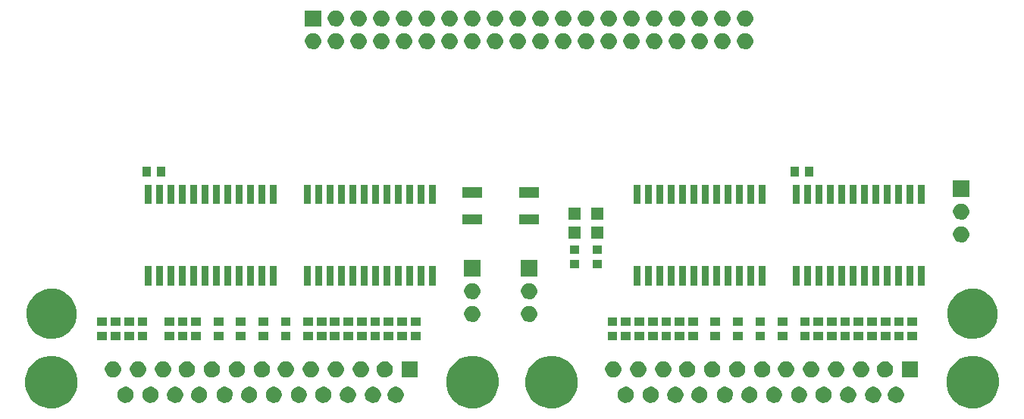
<source format=gts>
G04 #@! TF.GenerationSoftware,KiCad,Pcbnew,no-vcs-found-7571~57~ubuntu17.04.1*
G04 #@! TF.CreationDate,2017-02-08T08:53:27+01:00*
G04 #@! TF.ProjectId,DE0-Nano_DB25,4445302D4E616E6F5F444232352E6B69,rev?*
G04 #@! TF.FileFunction,Soldermask,Top*
G04 #@! TF.FilePolarity,Negative*
%FSLAX46Y46*%
G04 Gerber Fmt 4.6, Leading zero omitted, Abs format (unit mm)*
G04 Created by KiCad (PCBNEW no-vcs-found-7571~57~ubuntu17.04.1) date Wed Feb  8 08:53:27 2017*
%MOMM*%
%LPD*%
G01*
G04 APERTURE LIST*
%ADD10C,0.152400*%
G04 APERTURE END LIST*
D10*
G36*
X59974181Y8013142D02*
X60537529Y7897503D01*
X61067689Y7674645D01*
X61544462Y7353057D01*
X61949691Y6944989D01*
X62267942Y6465983D01*
X62487094Y5934278D01*
X62598725Y5370504D01*
X62598725Y5370493D01*
X62598795Y5370139D01*
X62589622Y4713275D01*
X62589542Y4712924D01*
X62589542Y4712911D01*
X62462215Y4152475D01*
X62228302Y3627100D01*
X61896800Y3157164D01*
X61480333Y2760569D01*
X60994766Y2452418D01*
X60458592Y2244450D01*
X59892235Y2144586D01*
X59317270Y2156630D01*
X58755591Y2280123D01*
X58228596Y2510362D01*
X57756362Y2838572D01*
X57356867Y3252261D01*
X57045332Y3735669D01*
X56833628Y4270372D01*
X56729812Y4836022D01*
X56737842Y5411058D01*
X56857410Y5973582D01*
X57083965Y6502175D01*
X57408872Y6976689D01*
X57819762Y7379062D01*
X58300978Y7693961D01*
X58834196Y7909396D01*
X59399101Y8017156D01*
X59974181Y8013142D01*
X59974181Y8013142D01*
G37*
G36*
X107014981Y8013142D02*
X107578329Y7897503D01*
X108108489Y7674645D01*
X108585262Y7353057D01*
X108990491Y6944989D01*
X109308742Y6465983D01*
X109527894Y5934278D01*
X109639525Y5370504D01*
X109639525Y5370493D01*
X109639595Y5370139D01*
X109630422Y4713275D01*
X109630342Y4712924D01*
X109630342Y4712911D01*
X109503015Y4152475D01*
X109269102Y3627100D01*
X108937600Y3157164D01*
X108521133Y2760569D01*
X108035566Y2452418D01*
X107499392Y2244450D01*
X106933035Y2144586D01*
X106358070Y2156630D01*
X105796391Y2280123D01*
X105269396Y2510362D01*
X104797162Y2838572D01*
X104397667Y3252261D01*
X104086132Y3735669D01*
X103874428Y4270372D01*
X103770612Y4836022D01*
X103778642Y5411058D01*
X103898210Y5973582D01*
X104124765Y6502175D01*
X104449672Y6976689D01*
X104860562Y7379062D01*
X105341778Y7693961D01*
X105874996Y7909396D01*
X106439901Y8017156D01*
X107014981Y8013142D01*
X107014981Y8013142D01*
G37*
G36*
X4094181Y8013142D02*
X4657529Y7897503D01*
X5187689Y7674645D01*
X5664462Y7353057D01*
X6069691Y6944989D01*
X6387942Y6465983D01*
X6607094Y5934278D01*
X6718725Y5370504D01*
X6718725Y5370493D01*
X6718795Y5370139D01*
X6709622Y4713275D01*
X6709542Y4712924D01*
X6709542Y4712911D01*
X6582215Y4152475D01*
X6348302Y3627100D01*
X6016800Y3157164D01*
X5600333Y2760569D01*
X5114766Y2452418D01*
X4578592Y2244450D01*
X4012235Y2144586D01*
X3437270Y2156630D01*
X2875591Y2280123D01*
X2348596Y2510362D01*
X1876362Y2838572D01*
X1476867Y3252261D01*
X1165332Y3735669D01*
X953628Y4270372D01*
X849812Y4836022D01*
X857842Y5411058D01*
X977410Y5973582D01*
X1203965Y6502175D01*
X1528872Y6976689D01*
X1939762Y7379062D01*
X2420978Y7693961D01*
X2954196Y7909396D01*
X3519101Y8017156D01*
X4094181Y8013142D01*
X4094181Y8013142D01*
G37*
G36*
X51134981Y8013142D02*
X51698329Y7897503D01*
X52228489Y7674645D01*
X52705262Y7353057D01*
X53110491Y6944989D01*
X53428742Y6465983D01*
X53647894Y5934278D01*
X53759525Y5370504D01*
X53759525Y5370493D01*
X53759595Y5370139D01*
X53750422Y4713275D01*
X53750342Y4712924D01*
X53750342Y4712911D01*
X53623015Y4152475D01*
X53389102Y3627100D01*
X53057600Y3157164D01*
X52641133Y2760569D01*
X52155566Y2452418D01*
X51619392Y2244450D01*
X51053035Y2144586D01*
X50478070Y2156630D01*
X49916391Y2280123D01*
X49389396Y2510362D01*
X48917162Y2838572D01*
X48517667Y3252261D01*
X48206132Y3735669D01*
X47994428Y4270372D01*
X47890612Y4836022D01*
X47898642Y5411058D01*
X48018210Y5973582D01*
X48244765Y6502175D01*
X48569672Y6976689D01*
X48980562Y7379062D01*
X49461778Y7693961D01*
X49994996Y7909396D01*
X50559901Y8017156D01*
X51134981Y8013142D01*
X51134981Y8013142D01*
G37*
G36*
X98216352Y4560095D02*
X98389343Y4524585D01*
X98552144Y4456150D01*
X98698546Y4357400D01*
X98822986Y4232088D01*
X98920711Y4085001D01*
X98988009Y3921724D01*
X99022238Y3748856D01*
X99022238Y3748841D01*
X99022307Y3748492D01*
X99019491Y3546784D01*
X99019411Y3546433D01*
X99019411Y3546421D01*
X98980369Y3374577D01*
X98908540Y3213246D01*
X98806743Y3068939D01*
X98678855Y2947154D01*
X98529750Y2852528D01*
X98365103Y2788666D01*
X98191188Y2758000D01*
X98014632Y2761698D01*
X97842152Y2799621D01*
X97680325Y2870321D01*
X97535312Y2971108D01*
X97412638Y3098140D01*
X97316971Y3246586D01*
X97251961Y3410783D01*
X97220083Y3584473D01*
X97222549Y3761056D01*
X97259265Y3933794D01*
X97328836Y4096115D01*
X97428606Y4241824D01*
X97554781Y4365385D01*
X97702551Y4462082D01*
X97866291Y4528238D01*
X98039757Y4561328D01*
X98216352Y4560095D01*
X98216352Y4560095D01*
G37*
G36*
X81858752Y4560095D02*
X82031743Y4524585D01*
X82194544Y4456150D01*
X82340946Y4357400D01*
X82465386Y4232088D01*
X82563111Y4085001D01*
X82630409Y3921724D01*
X82664638Y3748856D01*
X82664638Y3748841D01*
X82664707Y3748492D01*
X82661891Y3546784D01*
X82661811Y3546433D01*
X82661811Y3546421D01*
X82622769Y3374577D01*
X82550940Y3213246D01*
X82449143Y3068939D01*
X82321255Y2947154D01*
X82172150Y2852528D01*
X82007503Y2788666D01*
X81833588Y2758000D01*
X81657032Y2761698D01*
X81484552Y2799621D01*
X81322725Y2870321D01*
X81177712Y2971108D01*
X81055038Y3098140D01*
X80959371Y3246586D01*
X80894361Y3410783D01*
X80862483Y3584473D01*
X80864949Y3761056D01*
X80901665Y3933794D01*
X80971236Y4096115D01*
X81071006Y4241824D01*
X81197181Y4365385D01*
X81344951Y4462082D01*
X81508691Y4528238D01*
X81682157Y4561328D01*
X81858752Y4560095D01*
X81858752Y4560095D01*
G37*
G36*
X34259152Y4560095D02*
X34432143Y4524585D01*
X34594944Y4456150D01*
X34741346Y4357400D01*
X34865786Y4232088D01*
X34963511Y4085001D01*
X35030809Y3921724D01*
X35065038Y3748856D01*
X35065038Y3748841D01*
X35065107Y3748492D01*
X35062291Y3546784D01*
X35062211Y3546433D01*
X35062211Y3546421D01*
X35023169Y3374577D01*
X34951340Y3213246D01*
X34849543Y3068939D01*
X34721655Y2947154D01*
X34572550Y2852528D01*
X34407903Y2788666D01*
X34233988Y2758000D01*
X34057432Y2761698D01*
X33884952Y2799621D01*
X33723125Y2870321D01*
X33578112Y2971108D01*
X33455438Y3098140D01*
X33359771Y3246586D01*
X33294761Y3410783D01*
X33262883Y3584473D01*
X33265349Y3761056D01*
X33302065Y3933794D01*
X33371636Y4096115D01*
X33471406Y4241824D01*
X33597581Y4365385D01*
X33745351Y4462082D01*
X33909091Y4528238D01*
X34082557Y4561328D01*
X34259152Y4560095D01*
X34259152Y4560095D01*
G37*
G36*
X79115552Y4560095D02*
X79288543Y4524585D01*
X79451344Y4456150D01*
X79597746Y4357400D01*
X79722186Y4232088D01*
X79819911Y4085001D01*
X79887209Y3921724D01*
X79921438Y3748856D01*
X79921438Y3748841D01*
X79921507Y3748492D01*
X79918691Y3546784D01*
X79918611Y3546433D01*
X79918611Y3546421D01*
X79879569Y3374577D01*
X79807740Y3213246D01*
X79705943Y3068939D01*
X79578055Y2947154D01*
X79428950Y2852528D01*
X79264303Y2788666D01*
X79090388Y2758000D01*
X78913832Y2761698D01*
X78741352Y2799621D01*
X78579525Y2870321D01*
X78434512Y2971108D01*
X78311838Y3098140D01*
X78216171Y3246586D01*
X78151161Y3410783D01*
X78119283Y3584473D01*
X78121749Y3761056D01*
X78158465Y3933794D01*
X78228036Y4096115D01*
X78327806Y4241824D01*
X78453981Y4365385D01*
X78601751Y4462082D01*
X78765491Y4528238D01*
X78938957Y4561328D01*
X79115552Y4560095D01*
X79115552Y4560095D01*
G37*
G36*
X76270752Y4560095D02*
X76443743Y4524585D01*
X76606544Y4456150D01*
X76752946Y4357400D01*
X76877386Y4232088D01*
X76975111Y4085001D01*
X77042409Y3921724D01*
X77076638Y3748856D01*
X77076638Y3748841D01*
X77076707Y3748492D01*
X77073891Y3546784D01*
X77073811Y3546433D01*
X77073811Y3546421D01*
X77034769Y3374577D01*
X76962940Y3213246D01*
X76861143Y3068939D01*
X76733255Y2947154D01*
X76584150Y2852528D01*
X76419503Y2788666D01*
X76245588Y2758000D01*
X76069032Y2761698D01*
X75896552Y2799621D01*
X75734725Y2870321D01*
X75589712Y2971108D01*
X75467038Y3098140D01*
X75371371Y3246586D01*
X75306361Y3410783D01*
X75274483Y3584473D01*
X75276949Y3761056D01*
X75313665Y3933794D01*
X75383236Y4096115D01*
X75483006Y4241824D01*
X75609181Y4365385D01*
X75756951Y4462082D01*
X75920691Y4528238D01*
X76094157Y4561328D01*
X76270752Y4560095D01*
X76270752Y4560095D01*
G37*
G36*
X73578352Y4560095D02*
X73751343Y4524585D01*
X73914144Y4456150D01*
X74060546Y4357400D01*
X74184986Y4232088D01*
X74282711Y4085001D01*
X74350009Y3921724D01*
X74384238Y3748856D01*
X74384238Y3748841D01*
X74384307Y3748492D01*
X74381491Y3546784D01*
X74381411Y3546433D01*
X74381411Y3546421D01*
X74342369Y3374577D01*
X74270540Y3213246D01*
X74168743Y3068939D01*
X74040855Y2947154D01*
X73891750Y2852528D01*
X73727103Y2788666D01*
X73553188Y2758000D01*
X73376632Y2761698D01*
X73204152Y2799621D01*
X73042325Y2870321D01*
X72897312Y2971108D01*
X72774638Y3098140D01*
X72678971Y3246586D01*
X72613961Y3410783D01*
X72582083Y3584473D01*
X72584549Y3761056D01*
X72621265Y3933794D01*
X72690836Y4096115D01*
X72790606Y4241824D01*
X72916781Y4365385D01*
X73064551Y4462082D01*
X73228291Y4528238D01*
X73401757Y4561328D01*
X73578352Y4560095D01*
X73578352Y4560095D01*
G37*
G36*
X70835152Y4560095D02*
X71008143Y4524585D01*
X71170944Y4456150D01*
X71317346Y4357400D01*
X71441786Y4232088D01*
X71539511Y4085001D01*
X71606809Y3921724D01*
X71641038Y3748856D01*
X71641038Y3748841D01*
X71641107Y3748492D01*
X71638291Y3546784D01*
X71638211Y3546433D01*
X71638211Y3546421D01*
X71599169Y3374577D01*
X71527340Y3213246D01*
X71425543Y3068939D01*
X71297655Y2947154D01*
X71148550Y2852528D01*
X70983903Y2788666D01*
X70809988Y2758000D01*
X70633432Y2761698D01*
X70460952Y2799621D01*
X70299125Y2870321D01*
X70154112Y2971108D01*
X70031438Y3098140D01*
X69935771Y3246586D01*
X69870761Y3410783D01*
X69838883Y3584473D01*
X69841349Y3761056D01*
X69878065Y3933794D01*
X69947636Y4096115D01*
X70047406Y4241824D01*
X70173581Y4365385D01*
X70321351Y4462082D01*
X70485091Y4528238D01*
X70658557Y4561328D01*
X70835152Y4560095D01*
X70835152Y4560095D01*
G37*
G36*
X68041152Y4560095D02*
X68214143Y4524585D01*
X68376944Y4456150D01*
X68523346Y4357400D01*
X68647786Y4232088D01*
X68745511Y4085001D01*
X68812809Y3921724D01*
X68847038Y3748856D01*
X68847038Y3748841D01*
X68847107Y3748492D01*
X68844291Y3546784D01*
X68844211Y3546433D01*
X68844211Y3546421D01*
X68805169Y3374577D01*
X68733340Y3213246D01*
X68631543Y3068939D01*
X68503655Y2947154D01*
X68354550Y2852528D01*
X68189903Y2788666D01*
X68015988Y2758000D01*
X67839432Y2761698D01*
X67666952Y2799621D01*
X67505125Y2870321D01*
X67360112Y2971108D01*
X67237438Y3098140D01*
X67141771Y3246586D01*
X67076761Y3410783D01*
X67044883Y3584473D01*
X67047349Y3761056D01*
X67084065Y3933794D01*
X67153636Y4096115D01*
X67253406Y4241824D01*
X67379581Y4365385D01*
X67527351Y4462082D01*
X67691091Y4528238D01*
X67864557Y4561328D01*
X68041152Y4560095D01*
X68041152Y4560095D01*
G37*
G36*
X42336352Y4560095D02*
X42509343Y4524585D01*
X42672144Y4456150D01*
X42818546Y4357400D01*
X42942986Y4232088D01*
X43040711Y4085001D01*
X43108009Y3921724D01*
X43142238Y3748856D01*
X43142238Y3748841D01*
X43142307Y3748492D01*
X43139491Y3546784D01*
X43139411Y3546433D01*
X43139411Y3546421D01*
X43100369Y3374577D01*
X43028540Y3213246D01*
X42926743Y3068939D01*
X42798855Y2947154D01*
X42649750Y2852528D01*
X42485103Y2788666D01*
X42311188Y2758000D01*
X42134632Y2761698D01*
X41962152Y2799621D01*
X41800325Y2870321D01*
X41655312Y2971108D01*
X41532638Y3098140D01*
X41436971Y3246586D01*
X41371961Y3410783D01*
X41340083Y3584473D01*
X41342549Y3761056D01*
X41379265Y3933794D01*
X41448836Y4096115D01*
X41548606Y4241824D01*
X41674781Y4365385D01*
X41822551Y4462082D01*
X41986291Y4528238D01*
X42159757Y4561328D01*
X42336352Y4560095D01*
X42336352Y4560095D01*
G37*
G36*
X39796352Y4560095D02*
X39969343Y4524585D01*
X40132144Y4456150D01*
X40278546Y4357400D01*
X40402986Y4232088D01*
X40500711Y4085001D01*
X40568009Y3921724D01*
X40602238Y3748856D01*
X40602238Y3748841D01*
X40602307Y3748492D01*
X40599491Y3546784D01*
X40599411Y3546433D01*
X40599411Y3546421D01*
X40560369Y3374577D01*
X40488540Y3213246D01*
X40386743Y3068939D01*
X40258855Y2947154D01*
X40109750Y2852528D01*
X39945103Y2788666D01*
X39771188Y2758000D01*
X39594632Y2761698D01*
X39422152Y2799621D01*
X39260325Y2870321D01*
X39115312Y2971108D01*
X38992638Y3098140D01*
X38896971Y3246586D01*
X38831961Y3410783D01*
X38800083Y3584473D01*
X38802549Y3761056D01*
X38839265Y3933794D01*
X38908836Y4096115D01*
X39008606Y4241824D01*
X39134781Y4365385D01*
X39282551Y4462082D01*
X39446291Y4528238D01*
X39619757Y4561328D01*
X39796352Y4560095D01*
X39796352Y4560095D01*
G37*
G36*
X37002352Y4560095D02*
X37175343Y4524585D01*
X37338144Y4456150D01*
X37484546Y4357400D01*
X37608986Y4232088D01*
X37706711Y4085001D01*
X37774009Y3921724D01*
X37808238Y3748856D01*
X37808238Y3748841D01*
X37808307Y3748492D01*
X37805491Y3546784D01*
X37805411Y3546433D01*
X37805411Y3546421D01*
X37766369Y3374577D01*
X37694540Y3213246D01*
X37592743Y3068939D01*
X37464855Y2947154D01*
X37315750Y2852528D01*
X37151103Y2788666D01*
X36977188Y2758000D01*
X36800632Y2761698D01*
X36628152Y2799621D01*
X36466325Y2870321D01*
X36321312Y2971108D01*
X36198638Y3098140D01*
X36102971Y3246586D01*
X36037961Y3410783D01*
X36006083Y3584473D01*
X36008549Y3761056D01*
X36045265Y3933794D01*
X36114836Y4096115D01*
X36214606Y4241824D01*
X36340781Y4365385D01*
X36488551Y4462082D01*
X36652291Y4528238D01*
X36825757Y4561328D01*
X37002352Y4560095D01*
X37002352Y4560095D01*
G37*
G36*
X31515952Y4560095D02*
X31688943Y4524585D01*
X31851744Y4456150D01*
X31998146Y4357400D01*
X32122586Y4232088D01*
X32220311Y4085001D01*
X32287609Y3921724D01*
X32321838Y3748856D01*
X32321838Y3748841D01*
X32321907Y3748492D01*
X32319091Y3546784D01*
X32319011Y3546433D01*
X32319011Y3546421D01*
X32279969Y3374577D01*
X32208140Y3213246D01*
X32106343Y3068939D01*
X31978455Y2947154D01*
X31829350Y2852528D01*
X31664703Y2788666D01*
X31490788Y2758000D01*
X31314232Y2761698D01*
X31141752Y2799621D01*
X30979925Y2870321D01*
X30834912Y2971108D01*
X30712238Y3098140D01*
X30616571Y3246586D01*
X30551561Y3410783D01*
X30519683Y3584473D01*
X30522149Y3761056D01*
X30558865Y3933794D01*
X30628436Y4096115D01*
X30728206Y4241824D01*
X30854381Y4365385D01*
X31002151Y4462082D01*
X31165891Y4528238D01*
X31339357Y4561328D01*
X31515952Y4560095D01*
X31515952Y4560095D01*
G37*
G36*
X25978752Y4560095D02*
X26151743Y4524585D01*
X26314544Y4456150D01*
X26460946Y4357400D01*
X26585386Y4232088D01*
X26683111Y4085001D01*
X26750409Y3921724D01*
X26784638Y3748856D01*
X26784638Y3748841D01*
X26784707Y3748492D01*
X26781891Y3546784D01*
X26781811Y3546433D01*
X26781811Y3546421D01*
X26742769Y3374577D01*
X26670940Y3213246D01*
X26569143Y3068939D01*
X26441255Y2947154D01*
X26292150Y2852528D01*
X26127503Y2788666D01*
X25953588Y2758000D01*
X25777032Y2761698D01*
X25604552Y2799621D01*
X25442725Y2870321D01*
X25297712Y2971108D01*
X25175038Y3098140D01*
X25079371Y3246586D01*
X25014361Y3410783D01*
X24982483Y3584473D01*
X24984949Y3761056D01*
X25021665Y3933794D01*
X25091236Y4096115D01*
X25191006Y4241824D01*
X25317181Y4365385D01*
X25464951Y4462082D01*
X25628691Y4528238D01*
X25802157Y4561328D01*
X25978752Y4560095D01*
X25978752Y4560095D01*
G37*
G36*
X84601952Y4560095D02*
X84774943Y4524585D01*
X84937744Y4456150D01*
X85084146Y4357400D01*
X85208586Y4232088D01*
X85306311Y4085001D01*
X85373609Y3921724D01*
X85407838Y3748856D01*
X85407838Y3748841D01*
X85407907Y3748492D01*
X85405091Y3546784D01*
X85405011Y3546433D01*
X85405011Y3546421D01*
X85365969Y3374577D01*
X85294140Y3213246D01*
X85192343Y3068939D01*
X85064455Y2947154D01*
X84915350Y2852528D01*
X84750703Y2788666D01*
X84576788Y2758000D01*
X84400232Y2761698D01*
X84227752Y2799621D01*
X84065925Y2870321D01*
X83920912Y2971108D01*
X83798238Y3098140D01*
X83702571Y3246586D01*
X83637561Y3410783D01*
X83605683Y3584473D01*
X83608149Y3761056D01*
X83644865Y3933794D01*
X83714436Y4096115D01*
X83814206Y4241824D01*
X83940381Y4365385D01*
X84088151Y4462082D01*
X84251891Y4528238D01*
X84425357Y4561328D01*
X84601952Y4560095D01*
X84601952Y4560095D01*
G37*
G36*
X92882352Y4560095D02*
X93055343Y4524585D01*
X93218144Y4456150D01*
X93364546Y4357400D01*
X93488986Y4232088D01*
X93586711Y4085001D01*
X93654009Y3921724D01*
X93688238Y3748856D01*
X93688238Y3748841D01*
X93688307Y3748492D01*
X93685491Y3546784D01*
X93685411Y3546433D01*
X93685411Y3546421D01*
X93646369Y3374577D01*
X93574540Y3213246D01*
X93472743Y3068939D01*
X93344855Y2947154D01*
X93195750Y2852528D01*
X93031103Y2788666D01*
X92857188Y2758000D01*
X92680632Y2761698D01*
X92508152Y2799621D01*
X92346325Y2870321D01*
X92201312Y2971108D01*
X92078638Y3098140D01*
X91982971Y3246586D01*
X91917961Y3410783D01*
X91886083Y3584473D01*
X91888549Y3761056D01*
X91925265Y3933794D01*
X91994836Y4096115D01*
X92094606Y4241824D01*
X92220781Y4365385D01*
X92368551Y4462082D01*
X92532291Y4528238D01*
X92705757Y4561328D01*
X92882352Y4560095D01*
X92882352Y4560095D01*
G37*
G36*
X90139152Y4560095D02*
X90312143Y4524585D01*
X90474944Y4456150D01*
X90621346Y4357400D01*
X90745786Y4232088D01*
X90843511Y4085001D01*
X90910809Y3921724D01*
X90945038Y3748856D01*
X90945038Y3748841D01*
X90945107Y3748492D01*
X90942291Y3546784D01*
X90942211Y3546433D01*
X90942211Y3546421D01*
X90903169Y3374577D01*
X90831340Y3213246D01*
X90729543Y3068939D01*
X90601655Y2947154D01*
X90452550Y2852528D01*
X90287903Y2788666D01*
X90113988Y2758000D01*
X89937432Y2761698D01*
X89764952Y2799621D01*
X89603125Y2870321D01*
X89458112Y2971108D01*
X89335438Y3098140D01*
X89239771Y3246586D01*
X89174761Y3410783D01*
X89142883Y3584473D01*
X89145349Y3761056D01*
X89182065Y3933794D01*
X89251636Y4096115D01*
X89351406Y4241824D01*
X89477581Y4365385D01*
X89625351Y4462082D01*
X89789091Y4528238D01*
X89962557Y4561328D01*
X90139152Y4560095D01*
X90139152Y4560095D01*
G37*
G36*
X95676352Y4560095D02*
X95849343Y4524585D01*
X96012144Y4456150D01*
X96158546Y4357400D01*
X96282986Y4232088D01*
X96380711Y4085001D01*
X96448009Y3921724D01*
X96482238Y3748856D01*
X96482238Y3748841D01*
X96482307Y3748492D01*
X96479491Y3546784D01*
X96479411Y3546433D01*
X96479411Y3546421D01*
X96440369Y3374577D01*
X96368540Y3213246D01*
X96266743Y3068939D01*
X96138855Y2947154D01*
X95989750Y2852528D01*
X95825103Y2788666D01*
X95651188Y2758000D01*
X95474632Y2761698D01*
X95302152Y2799621D01*
X95140325Y2870321D01*
X94995312Y2971108D01*
X94872638Y3098140D01*
X94776971Y3246586D01*
X94711961Y3410783D01*
X94680083Y3584473D01*
X94682549Y3761056D01*
X94719265Y3933794D01*
X94788836Y4096115D01*
X94888606Y4241824D01*
X95014781Y4365385D01*
X95162551Y4462082D01*
X95326291Y4528238D01*
X95499757Y4561328D01*
X95676352Y4560095D01*
X95676352Y4560095D01*
G37*
G36*
X12161152Y4560095D02*
X12334143Y4524585D01*
X12496944Y4456150D01*
X12643346Y4357400D01*
X12767786Y4232088D01*
X12865511Y4085001D01*
X12932809Y3921724D01*
X12967038Y3748856D01*
X12967038Y3748841D01*
X12967107Y3748492D01*
X12964291Y3546784D01*
X12964211Y3546433D01*
X12964211Y3546421D01*
X12925169Y3374577D01*
X12853340Y3213246D01*
X12751543Y3068939D01*
X12623655Y2947154D01*
X12474550Y2852528D01*
X12309903Y2788666D01*
X12135988Y2758000D01*
X11959432Y2761698D01*
X11786952Y2799621D01*
X11625125Y2870321D01*
X11480112Y2971108D01*
X11357438Y3098140D01*
X11261771Y3246586D01*
X11196761Y3410783D01*
X11164883Y3584473D01*
X11167349Y3761056D01*
X11204065Y3933794D01*
X11273636Y4096115D01*
X11373406Y4241824D01*
X11499581Y4365385D01*
X11647351Y4462082D01*
X11811091Y4528238D01*
X11984557Y4561328D01*
X12161152Y4560095D01*
X12161152Y4560095D01*
G37*
G36*
X87395952Y4560095D02*
X87568943Y4524585D01*
X87731744Y4456150D01*
X87878146Y4357400D01*
X88002586Y4232088D01*
X88100311Y4085001D01*
X88167609Y3921724D01*
X88201838Y3748856D01*
X88201838Y3748841D01*
X88201907Y3748492D01*
X88199091Y3546784D01*
X88199011Y3546433D01*
X88199011Y3546421D01*
X88159969Y3374577D01*
X88088140Y3213246D01*
X87986343Y3068939D01*
X87858455Y2947154D01*
X87709350Y2852528D01*
X87544703Y2788666D01*
X87370788Y2758000D01*
X87194232Y2761698D01*
X87021752Y2799621D01*
X86859925Y2870321D01*
X86714912Y2971108D01*
X86592238Y3098140D01*
X86496571Y3246586D01*
X86431561Y3410783D01*
X86399683Y3584473D01*
X86402149Y3761056D01*
X86438865Y3933794D01*
X86508436Y4096115D01*
X86608206Y4241824D01*
X86734381Y4365385D01*
X86882151Y4462082D01*
X87045891Y4528238D01*
X87219357Y4561328D01*
X87395952Y4560095D01*
X87395952Y4560095D01*
G37*
G36*
X17698352Y4560095D02*
X17871343Y4524585D01*
X18034144Y4456150D01*
X18180546Y4357400D01*
X18304986Y4232088D01*
X18402711Y4085001D01*
X18470009Y3921724D01*
X18504238Y3748856D01*
X18504238Y3748841D01*
X18504307Y3748492D01*
X18501491Y3546784D01*
X18501411Y3546433D01*
X18501411Y3546421D01*
X18462369Y3374577D01*
X18390540Y3213246D01*
X18288743Y3068939D01*
X18160855Y2947154D01*
X18011750Y2852528D01*
X17847103Y2788666D01*
X17673188Y2758000D01*
X17496632Y2761698D01*
X17324152Y2799621D01*
X17162325Y2870321D01*
X17017312Y2971108D01*
X16894638Y3098140D01*
X16798971Y3246586D01*
X16733961Y3410783D01*
X16702083Y3584473D01*
X16704549Y3761056D01*
X16741265Y3933794D01*
X16810836Y4096115D01*
X16910606Y4241824D01*
X17036781Y4365385D01*
X17184551Y4462082D01*
X17348291Y4528238D01*
X17521757Y4561328D01*
X17698352Y4560095D01*
X17698352Y4560095D01*
G37*
G36*
X14955152Y4560095D02*
X15128143Y4524585D01*
X15290944Y4456150D01*
X15437346Y4357400D01*
X15561786Y4232088D01*
X15659511Y4085001D01*
X15726809Y3921724D01*
X15761038Y3748856D01*
X15761038Y3748841D01*
X15761107Y3748492D01*
X15758291Y3546784D01*
X15758211Y3546433D01*
X15758211Y3546421D01*
X15719169Y3374577D01*
X15647340Y3213246D01*
X15545543Y3068939D01*
X15417655Y2947154D01*
X15268550Y2852528D01*
X15103903Y2788666D01*
X14929988Y2758000D01*
X14753432Y2761698D01*
X14580952Y2799621D01*
X14419125Y2870321D01*
X14274112Y2971108D01*
X14151438Y3098140D01*
X14055771Y3246586D01*
X13990761Y3410783D01*
X13958883Y3584473D01*
X13961349Y3761056D01*
X13998065Y3933794D01*
X14067636Y4096115D01*
X14167406Y4241824D01*
X14293581Y4365385D01*
X14441351Y4462082D01*
X14605091Y4528238D01*
X14778557Y4561328D01*
X14955152Y4560095D01*
X14955152Y4560095D01*
G37*
G36*
X20390752Y4560095D02*
X20563743Y4524585D01*
X20726544Y4456150D01*
X20872946Y4357400D01*
X20997386Y4232088D01*
X21095111Y4085001D01*
X21162409Y3921724D01*
X21196638Y3748856D01*
X21196638Y3748841D01*
X21196707Y3748492D01*
X21193891Y3546784D01*
X21193811Y3546433D01*
X21193811Y3546421D01*
X21154769Y3374577D01*
X21082940Y3213246D01*
X20981143Y3068939D01*
X20853255Y2947154D01*
X20704150Y2852528D01*
X20539503Y2788666D01*
X20365588Y2758000D01*
X20189032Y2761698D01*
X20016552Y2799621D01*
X19854725Y2870321D01*
X19709712Y2971108D01*
X19587038Y3098140D01*
X19491371Y3246586D01*
X19426361Y3410783D01*
X19394483Y3584473D01*
X19396949Y3761056D01*
X19433665Y3933794D01*
X19503236Y4096115D01*
X19603006Y4241824D01*
X19729181Y4365385D01*
X19876951Y4462082D01*
X20040691Y4528238D01*
X20214157Y4561328D01*
X20390752Y4560095D01*
X20390752Y4560095D01*
G37*
G36*
X23235552Y4560095D02*
X23408543Y4524585D01*
X23571344Y4456150D01*
X23717746Y4357400D01*
X23842186Y4232088D01*
X23939911Y4085001D01*
X24007209Y3921724D01*
X24041438Y3748856D01*
X24041438Y3748841D01*
X24041507Y3748492D01*
X24038691Y3546784D01*
X24038611Y3546433D01*
X24038611Y3546421D01*
X23999569Y3374577D01*
X23927740Y3213246D01*
X23825943Y3068939D01*
X23698055Y2947154D01*
X23548950Y2852528D01*
X23384303Y2788666D01*
X23210388Y2758000D01*
X23033832Y2761698D01*
X22861352Y2799621D01*
X22699525Y2870321D01*
X22554512Y2971108D01*
X22431838Y3098140D01*
X22336171Y3246586D01*
X22271161Y3410783D01*
X22239283Y3584473D01*
X22241749Y3761056D01*
X22278465Y3933794D01*
X22348036Y4096115D01*
X22447806Y4241824D01*
X22573981Y4365385D01*
X22721751Y4462082D01*
X22885491Y4528238D01*
X23058957Y4561328D01*
X23235552Y4560095D01*
X23235552Y4560095D01*
G37*
G36*
X28721952Y4560095D02*
X28894943Y4524585D01*
X29057744Y4456150D01*
X29204146Y4357400D01*
X29328586Y4232088D01*
X29426311Y4085001D01*
X29493609Y3921724D01*
X29527838Y3748856D01*
X29527838Y3748841D01*
X29527907Y3748492D01*
X29525091Y3546784D01*
X29525011Y3546433D01*
X29525011Y3546421D01*
X29485969Y3374577D01*
X29414140Y3213246D01*
X29312343Y3068939D01*
X29184455Y2947154D01*
X29035350Y2852528D01*
X28870703Y2788666D01*
X28696788Y2758000D01*
X28520232Y2761698D01*
X28347752Y2799621D01*
X28185925Y2870321D01*
X28040912Y2971108D01*
X27918238Y3098140D01*
X27822571Y3246586D01*
X27757561Y3410783D01*
X27725683Y3584473D01*
X27728149Y3761056D01*
X27764865Y3933794D01*
X27834436Y4096115D01*
X27934206Y4241824D01*
X28060381Y4365385D01*
X28208151Y4462082D01*
X28371891Y4528238D01*
X28545357Y4561328D01*
X28721952Y4560095D01*
X28721952Y4560095D01*
G37*
G36*
X77693152Y7404895D02*
X77866143Y7369385D01*
X78028944Y7300950D01*
X78175346Y7202200D01*
X78299786Y7076888D01*
X78397511Y6929801D01*
X78464809Y6766524D01*
X78499038Y6593656D01*
X78499038Y6593641D01*
X78499107Y6593292D01*
X78496291Y6391584D01*
X78496211Y6391233D01*
X78496211Y6391221D01*
X78457169Y6219377D01*
X78385340Y6058046D01*
X78283543Y5913739D01*
X78155655Y5791954D01*
X78006550Y5697328D01*
X77841903Y5633466D01*
X77667988Y5602800D01*
X77491432Y5606498D01*
X77318952Y5644421D01*
X77157125Y5715121D01*
X77012112Y5815908D01*
X76889438Y5942940D01*
X76793771Y6091386D01*
X76728761Y6255583D01*
X76696883Y6429273D01*
X76699349Y6605856D01*
X76736065Y6778594D01*
X76805636Y6940915D01*
X76905406Y7086624D01*
X77031581Y7210185D01*
X77179351Y7306882D01*
X77343091Y7373038D01*
X77516557Y7406128D01*
X77693152Y7404895D01*
X77693152Y7404895D01*
G37*
G36*
X80487152Y7404895D02*
X80660143Y7369385D01*
X80822944Y7300950D01*
X80969346Y7202200D01*
X81093786Y7076888D01*
X81191511Y6929801D01*
X81258809Y6766524D01*
X81293038Y6593656D01*
X81293038Y6593641D01*
X81293107Y6593292D01*
X81290291Y6391584D01*
X81290211Y6391233D01*
X81290211Y6391221D01*
X81251169Y6219377D01*
X81179340Y6058046D01*
X81077543Y5913739D01*
X80949655Y5791954D01*
X80800550Y5697328D01*
X80635903Y5633466D01*
X80461988Y5602800D01*
X80285432Y5606498D01*
X80112952Y5644421D01*
X79951125Y5715121D01*
X79806112Y5815908D01*
X79683438Y5942940D01*
X79587771Y6091386D01*
X79522761Y6255583D01*
X79490883Y6429273D01*
X79493349Y6605856D01*
X79530065Y6778594D01*
X79599636Y6940915D01*
X79699406Y7086624D01*
X79825581Y7210185D01*
X79973351Y7306882D01*
X80137091Y7373038D01*
X80310557Y7406128D01*
X80487152Y7404895D01*
X80487152Y7404895D01*
G37*
G36*
X83281152Y7404895D02*
X83454143Y7369385D01*
X83616944Y7300950D01*
X83763346Y7202200D01*
X83887786Y7076888D01*
X83985511Y6929801D01*
X84052809Y6766524D01*
X84087038Y6593656D01*
X84087038Y6593641D01*
X84087107Y6593292D01*
X84084291Y6391584D01*
X84084211Y6391233D01*
X84084211Y6391221D01*
X84045169Y6219377D01*
X83973340Y6058046D01*
X83871543Y5913739D01*
X83743655Y5791954D01*
X83594550Y5697328D01*
X83429903Y5633466D01*
X83255988Y5602800D01*
X83079432Y5606498D01*
X82906952Y5644421D01*
X82745125Y5715121D01*
X82600112Y5815908D01*
X82477438Y5942940D01*
X82381771Y6091386D01*
X82316761Y6255583D01*
X82284883Y6429273D01*
X82287349Y6605856D01*
X82324065Y6778594D01*
X82393636Y6940915D01*
X82493406Y7086624D01*
X82619581Y7210185D01*
X82767351Y7306882D01*
X82931091Y7373038D01*
X83104557Y7406128D01*
X83281152Y7404895D01*
X83281152Y7404895D01*
G37*
G36*
X85948152Y7404895D02*
X86121143Y7369385D01*
X86283944Y7300950D01*
X86430346Y7202200D01*
X86554786Y7076888D01*
X86652511Y6929801D01*
X86719809Y6766524D01*
X86754038Y6593656D01*
X86754038Y6593641D01*
X86754107Y6593292D01*
X86751291Y6391584D01*
X86751211Y6391233D01*
X86751211Y6391221D01*
X86712169Y6219377D01*
X86640340Y6058046D01*
X86538543Y5913739D01*
X86410655Y5791954D01*
X86261550Y5697328D01*
X86096903Y5633466D01*
X85922988Y5602800D01*
X85746432Y5606498D01*
X85573952Y5644421D01*
X85412125Y5715121D01*
X85267112Y5815908D01*
X85144438Y5942940D01*
X85048771Y6091386D01*
X84983761Y6255583D01*
X84951883Y6429273D01*
X84954349Y6605856D01*
X84991065Y6778594D01*
X85060636Y6940915D01*
X85160406Y7086624D01*
X85286581Y7210185D01*
X85434351Y7306882D01*
X85598091Y7373038D01*
X85771557Y7406128D01*
X85948152Y7404895D01*
X85948152Y7404895D01*
G37*
G36*
X88742152Y7404895D02*
X88915143Y7369385D01*
X89077944Y7300950D01*
X89224346Y7202200D01*
X89348786Y7076888D01*
X89446511Y6929801D01*
X89513809Y6766524D01*
X89548038Y6593656D01*
X89548038Y6593641D01*
X89548107Y6593292D01*
X89545291Y6391584D01*
X89545211Y6391233D01*
X89545211Y6391221D01*
X89506169Y6219377D01*
X89434340Y6058046D01*
X89332543Y5913739D01*
X89204655Y5791954D01*
X89055550Y5697328D01*
X88890903Y5633466D01*
X88716988Y5602800D01*
X88540432Y5606498D01*
X88367952Y5644421D01*
X88206125Y5715121D01*
X88061112Y5815908D01*
X87938438Y5942940D01*
X87842771Y6091386D01*
X87777761Y6255583D01*
X87745883Y6429273D01*
X87748349Y6605856D01*
X87785065Y6778594D01*
X87854636Y6940915D01*
X87954406Y7086624D01*
X88080581Y7210185D01*
X88228351Y7306882D01*
X88392091Y7373038D01*
X88565557Y7406128D01*
X88742152Y7404895D01*
X88742152Y7404895D01*
G37*
G36*
X16352152Y7404895D02*
X16525143Y7369385D01*
X16687944Y7300950D01*
X16834346Y7202200D01*
X16958786Y7076888D01*
X17056511Y6929801D01*
X17123809Y6766524D01*
X17158038Y6593656D01*
X17158038Y6593641D01*
X17158107Y6593292D01*
X17155291Y6391584D01*
X17155211Y6391233D01*
X17155211Y6391221D01*
X17116169Y6219377D01*
X17044340Y6058046D01*
X16942543Y5913739D01*
X16814655Y5791954D01*
X16665550Y5697328D01*
X16500903Y5633466D01*
X16326988Y5602800D01*
X16150432Y5606498D01*
X15977952Y5644421D01*
X15816125Y5715121D01*
X15671112Y5815908D01*
X15548438Y5942940D01*
X15452771Y6091386D01*
X15387761Y6255583D01*
X15355883Y6429273D01*
X15358349Y6605856D01*
X15395065Y6778594D01*
X15464636Y6940915D01*
X15564406Y7086624D01*
X15690581Y7210185D01*
X15838351Y7306882D01*
X16002091Y7373038D01*
X16175557Y7406128D01*
X16352152Y7404895D01*
X16352152Y7404895D01*
G37*
G36*
X66644152Y7404895D02*
X66817143Y7369385D01*
X66979944Y7300950D01*
X67126346Y7202200D01*
X67250786Y7076888D01*
X67348511Y6929801D01*
X67415809Y6766524D01*
X67450038Y6593656D01*
X67450038Y6593641D01*
X67450107Y6593292D01*
X67447291Y6391584D01*
X67447211Y6391233D01*
X67447211Y6391221D01*
X67408169Y6219377D01*
X67336340Y6058046D01*
X67234543Y5913739D01*
X67106655Y5791954D01*
X66957550Y5697328D01*
X66792903Y5633466D01*
X66618988Y5602800D01*
X66442432Y5606498D01*
X66269952Y5644421D01*
X66108125Y5715121D01*
X65963112Y5815908D01*
X65840438Y5942940D01*
X65744771Y6091386D01*
X65679761Y6255583D01*
X65647883Y6429273D01*
X65650349Y6605856D01*
X65687065Y6778594D01*
X65756636Y6940915D01*
X65856406Y7086624D01*
X65982581Y7210185D01*
X66130351Y7306882D01*
X66294091Y7373038D01*
X66467557Y7406128D01*
X66644152Y7404895D01*
X66644152Y7404895D01*
G37*
G36*
X96997152Y7404895D02*
X97170143Y7369385D01*
X97332944Y7300950D01*
X97479346Y7202200D01*
X97603786Y7076888D01*
X97701511Y6929801D01*
X97768809Y6766524D01*
X97803038Y6593656D01*
X97803038Y6593641D01*
X97803107Y6593292D01*
X97800291Y6391584D01*
X97800211Y6391233D01*
X97800211Y6391221D01*
X97761169Y6219377D01*
X97689340Y6058046D01*
X97587543Y5913739D01*
X97459655Y5791954D01*
X97310550Y5697328D01*
X97145903Y5633466D01*
X96971988Y5602800D01*
X96795432Y5606498D01*
X96622952Y5644421D01*
X96461125Y5715121D01*
X96316112Y5815908D01*
X96193438Y5942940D01*
X96097771Y6091386D01*
X96032761Y6255583D01*
X96000883Y6429273D01*
X96003349Y6605856D01*
X96040065Y6778594D01*
X96109636Y6940915D01*
X96209406Y7086624D01*
X96335581Y7210185D01*
X96483351Y7306882D01*
X96647091Y7373038D01*
X96820557Y7406128D01*
X96997152Y7404895D01*
X96997152Y7404895D01*
G37*
G36*
X94330152Y7404895D02*
X94503143Y7369385D01*
X94665944Y7300950D01*
X94812346Y7202200D01*
X94936786Y7076888D01*
X95034511Y6929801D01*
X95101809Y6766524D01*
X95136038Y6593656D01*
X95136038Y6593641D01*
X95136107Y6593292D01*
X95133291Y6391584D01*
X95133211Y6391233D01*
X95133211Y6391221D01*
X95094169Y6219377D01*
X95022340Y6058046D01*
X94920543Y5913739D01*
X94792655Y5791954D01*
X94643550Y5697328D01*
X94478903Y5633466D01*
X94304988Y5602800D01*
X94128432Y5606498D01*
X93955952Y5644421D01*
X93794125Y5715121D01*
X93649112Y5815908D01*
X93526438Y5942940D01*
X93430771Y6091386D01*
X93365761Y6255583D01*
X93333883Y6429273D01*
X93336349Y6605856D01*
X93373065Y6778594D01*
X93442636Y6940915D01*
X93542406Y7086624D01*
X93668581Y7210185D01*
X93816351Y7306882D01*
X93980091Y7373038D01*
X94153557Y7406128D01*
X94330152Y7404895D01*
X94330152Y7404895D01*
G37*
G36*
X19019152Y7404895D02*
X19192143Y7369385D01*
X19354944Y7300950D01*
X19501346Y7202200D01*
X19625786Y7076888D01*
X19723511Y6929801D01*
X19790809Y6766524D01*
X19825038Y6593656D01*
X19825038Y6593641D01*
X19825107Y6593292D01*
X19822291Y6391584D01*
X19822211Y6391233D01*
X19822211Y6391221D01*
X19783169Y6219377D01*
X19711340Y6058046D01*
X19609543Y5913739D01*
X19481655Y5791954D01*
X19332550Y5697328D01*
X19167903Y5633466D01*
X18993988Y5602800D01*
X18817432Y5606498D01*
X18644952Y5644421D01*
X18483125Y5715121D01*
X18338112Y5815908D01*
X18215438Y5942940D01*
X18119771Y6091386D01*
X18054761Y6255583D01*
X18022883Y6429273D01*
X18025349Y6605856D01*
X18062065Y6778594D01*
X18131636Y6940915D01*
X18231406Y7086624D01*
X18357581Y7210185D01*
X18505351Y7306882D01*
X18669091Y7373038D01*
X18842557Y7406128D01*
X19019152Y7404895D01*
X19019152Y7404895D01*
G37*
G36*
X13558152Y7404895D02*
X13731143Y7369385D01*
X13893944Y7300950D01*
X14040346Y7202200D01*
X14164786Y7076888D01*
X14262511Y6929801D01*
X14329809Y6766524D01*
X14364038Y6593656D01*
X14364038Y6593641D01*
X14364107Y6593292D01*
X14361291Y6391584D01*
X14361211Y6391233D01*
X14361211Y6391221D01*
X14322169Y6219377D01*
X14250340Y6058046D01*
X14148543Y5913739D01*
X14020655Y5791954D01*
X13871550Y5697328D01*
X13706903Y5633466D01*
X13532988Y5602800D01*
X13356432Y5606498D01*
X13183952Y5644421D01*
X13022125Y5715121D01*
X12877112Y5815908D01*
X12754438Y5942940D01*
X12658771Y6091386D01*
X12593761Y6255583D01*
X12561883Y6429273D01*
X12564349Y6605856D01*
X12601065Y6778594D01*
X12670636Y6940915D01*
X12770406Y7086624D01*
X12896581Y7210185D01*
X13044351Y7306882D01*
X13208091Y7373038D01*
X13381557Y7406128D01*
X13558152Y7404895D01*
X13558152Y7404895D01*
G37*
G36*
X35656152Y7404895D02*
X35829143Y7369385D01*
X35991944Y7300950D01*
X36138346Y7202200D01*
X36262786Y7076888D01*
X36360511Y6929801D01*
X36427809Y6766524D01*
X36462038Y6593656D01*
X36462038Y6593641D01*
X36462107Y6593292D01*
X36459291Y6391584D01*
X36459211Y6391233D01*
X36459211Y6391221D01*
X36420169Y6219377D01*
X36348340Y6058046D01*
X36246543Y5913739D01*
X36118655Y5791954D01*
X35969550Y5697328D01*
X35804903Y5633466D01*
X35630988Y5602800D01*
X35454432Y5606498D01*
X35281952Y5644421D01*
X35120125Y5715121D01*
X34975112Y5815908D01*
X34852438Y5942940D01*
X34756771Y6091386D01*
X34691761Y6255583D01*
X34659883Y6429273D01*
X34662349Y6605856D01*
X34699065Y6778594D01*
X34768636Y6940915D01*
X34868406Y7086624D01*
X34994581Y7210185D01*
X35142351Y7306882D01*
X35306091Y7373038D01*
X35479557Y7406128D01*
X35656152Y7404895D01*
X35656152Y7404895D01*
G37*
G36*
X72232152Y7404895D02*
X72405143Y7369385D01*
X72567944Y7300950D01*
X72714346Y7202200D01*
X72838786Y7076888D01*
X72936511Y6929801D01*
X73003809Y6766524D01*
X73038038Y6593656D01*
X73038038Y6593641D01*
X73038107Y6593292D01*
X73035291Y6391584D01*
X73035211Y6391233D01*
X73035211Y6391221D01*
X72996169Y6219377D01*
X72924340Y6058046D01*
X72822543Y5913739D01*
X72694655Y5791954D01*
X72545550Y5697328D01*
X72380903Y5633466D01*
X72206988Y5602800D01*
X72030432Y5606498D01*
X71857952Y5644421D01*
X71696125Y5715121D01*
X71551112Y5815908D01*
X71428438Y5942940D01*
X71332771Y6091386D01*
X71267761Y6255583D01*
X71235883Y6429273D01*
X71238349Y6605856D01*
X71275065Y6778594D01*
X71344636Y6940915D01*
X71444406Y7086624D01*
X71570581Y7210185D01*
X71718351Y7306882D01*
X71882091Y7373038D01*
X72055557Y7406128D01*
X72232152Y7404895D01*
X72232152Y7404895D01*
G37*
G36*
X69438152Y7404895D02*
X69611143Y7369385D01*
X69773944Y7300950D01*
X69920346Y7202200D01*
X70044786Y7076888D01*
X70142511Y6929801D01*
X70209809Y6766524D01*
X70244038Y6593656D01*
X70244038Y6593641D01*
X70244107Y6593292D01*
X70241291Y6391584D01*
X70241211Y6391233D01*
X70241211Y6391221D01*
X70202169Y6219377D01*
X70130340Y6058046D01*
X70028543Y5913739D01*
X69900655Y5791954D01*
X69751550Y5697328D01*
X69586903Y5633466D01*
X69412988Y5602800D01*
X69236432Y5606498D01*
X69063952Y5644421D01*
X68902125Y5715121D01*
X68757112Y5815908D01*
X68634438Y5942940D01*
X68538771Y6091386D01*
X68473761Y6255583D01*
X68441883Y6429273D01*
X68444349Y6605856D01*
X68481065Y6778594D01*
X68550636Y6940915D01*
X68650406Y7086624D01*
X68776581Y7210185D01*
X68924351Y7306882D01*
X69088091Y7373038D01*
X69261557Y7406128D01*
X69438152Y7404895D01*
X69438152Y7404895D01*
G37*
G36*
X74899152Y7404895D02*
X75072143Y7369385D01*
X75234944Y7300950D01*
X75381346Y7202200D01*
X75505786Y7076888D01*
X75603511Y6929801D01*
X75670809Y6766524D01*
X75705038Y6593656D01*
X75705038Y6593641D01*
X75705107Y6593292D01*
X75702291Y6391584D01*
X75702211Y6391233D01*
X75702211Y6391221D01*
X75663169Y6219377D01*
X75591340Y6058046D01*
X75489543Y5913739D01*
X75361655Y5791954D01*
X75212550Y5697328D01*
X75047903Y5633466D01*
X74873988Y5602800D01*
X74697432Y5606498D01*
X74524952Y5644421D01*
X74363125Y5715121D01*
X74218112Y5815908D01*
X74095438Y5942940D01*
X73999771Y6091386D01*
X73934761Y6255583D01*
X73902883Y6429273D01*
X73905349Y6605856D01*
X73942065Y6778594D01*
X74011636Y6940915D01*
X74111406Y7086624D01*
X74237581Y7210185D01*
X74385351Y7306882D01*
X74549091Y7373038D01*
X74722557Y7406128D01*
X74899152Y7404895D01*
X74899152Y7404895D01*
G37*
G36*
X10764152Y7404895D02*
X10937143Y7369385D01*
X11099944Y7300950D01*
X11246346Y7202200D01*
X11370786Y7076888D01*
X11468511Y6929801D01*
X11535809Y6766524D01*
X11570038Y6593656D01*
X11570038Y6593641D01*
X11570107Y6593292D01*
X11567291Y6391584D01*
X11567211Y6391233D01*
X11567211Y6391221D01*
X11528169Y6219377D01*
X11456340Y6058046D01*
X11354543Y5913739D01*
X11226655Y5791954D01*
X11077550Y5697328D01*
X10912903Y5633466D01*
X10738988Y5602800D01*
X10562432Y5606498D01*
X10389952Y5644421D01*
X10228125Y5715121D01*
X10083112Y5815908D01*
X9960438Y5942940D01*
X9864771Y6091386D01*
X9799761Y6255583D01*
X9767883Y6429273D01*
X9770349Y6605856D01*
X9807065Y6778594D01*
X9876636Y6940915D01*
X9976406Y7086624D01*
X10102581Y7210185D01*
X10250351Y7306882D01*
X10414091Y7373038D01*
X10587557Y7406128D01*
X10764152Y7404895D01*
X10764152Y7404895D01*
G37*
G36*
X41117152Y7404895D02*
X41290143Y7369385D01*
X41452944Y7300950D01*
X41599346Y7202200D01*
X41723786Y7076888D01*
X41821511Y6929801D01*
X41888809Y6766524D01*
X41923038Y6593656D01*
X41923038Y6593641D01*
X41923107Y6593292D01*
X41920291Y6391584D01*
X41920211Y6391233D01*
X41920211Y6391221D01*
X41881169Y6219377D01*
X41809340Y6058046D01*
X41707543Y5913739D01*
X41579655Y5791954D01*
X41430550Y5697328D01*
X41265903Y5633466D01*
X41091988Y5602800D01*
X40915432Y5606498D01*
X40742952Y5644421D01*
X40581125Y5715121D01*
X40436112Y5815908D01*
X40313438Y5942940D01*
X40217771Y6091386D01*
X40152761Y6255583D01*
X40120883Y6429273D01*
X40123349Y6605856D01*
X40160065Y6778594D01*
X40229636Y6940915D01*
X40329406Y7086624D01*
X40455581Y7210185D01*
X40603351Y7306882D01*
X40767091Y7373038D01*
X40940557Y7406128D01*
X41117152Y7404895D01*
X41117152Y7404895D01*
G37*
G36*
X38450152Y7404895D02*
X38623143Y7369385D01*
X38785944Y7300950D01*
X38932346Y7202200D01*
X39056786Y7076888D01*
X39154511Y6929801D01*
X39221809Y6766524D01*
X39256038Y6593656D01*
X39256038Y6593641D01*
X39256107Y6593292D01*
X39253291Y6391584D01*
X39253211Y6391233D01*
X39253211Y6391221D01*
X39214169Y6219377D01*
X39142340Y6058046D01*
X39040543Y5913739D01*
X38912655Y5791954D01*
X38763550Y5697328D01*
X38598903Y5633466D01*
X38424988Y5602800D01*
X38248432Y5606498D01*
X38075952Y5644421D01*
X37914125Y5715121D01*
X37769112Y5815908D01*
X37646438Y5942940D01*
X37550771Y6091386D01*
X37485761Y6255583D01*
X37453883Y6429273D01*
X37456349Y6605856D01*
X37493065Y6778594D01*
X37562636Y6940915D01*
X37662406Y7086624D01*
X37788581Y7210185D01*
X37936351Y7306882D01*
X38100091Y7373038D01*
X38273557Y7406128D01*
X38450152Y7404895D01*
X38450152Y7404895D01*
G37*
G36*
X32862152Y7404895D02*
X33035143Y7369385D01*
X33197944Y7300950D01*
X33344346Y7202200D01*
X33468786Y7076888D01*
X33566511Y6929801D01*
X33633809Y6766524D01*
X33668038Y6593656D01*
X33668038Y6593641D01*
X33668107Y6593292D01*
X33665291Y6391584D01*
X33665211Y6391233D01*
X33665211Y6391221D01*
X33626169Y6219377D01*
X33554340Y6058046D01*
X33452543Y5913739D01*
X33324655Y5791954D01*
X33175550Y5697328D01*
X33010903Y5633466D01*
X32836988Y5602800D01*
X32660432Y5606498D01*
X32487952Y5644421D01*
X32326125Y5715121D01*
X32181112Y5815908D01*
X32058438Y5942940D01*
X31962771Y6091386D01*
X31897761Y6255583D01*
X31865883Y6429273D01*
X31868349Y6605856D01*
X31905065Y6778594D01*
X31974636Y6940915D01*
X32074406Y7086624D01*
X32200581Y7210185D01*
X32348351Y7306882D01*
X32512091Y7373038D01*
X32685557Y7406128D01*
X32862152Y7404895D01*
X32862152Y7404895D01*
G37*
G36*
X30068152Y7404895D02*
X30241143Y7369385D01*
X30403944Y7300950D01*
X30550346Y7202200D01*
X30674786Y7076888D01*
X30772511Y6929801D01*
X30839809Y6766524D01*
X30874038Y6593656D01*
X30874038Y6593641D01*
X30874107Y6593292D01*
X30871291Y6391584D01*
X30871211Y6391233D01*
X30871211Y6391221D01*
X30832169Y6219377D01*
X30760340Y6058046D01*
X30658543Y5913739D01*
X30530655Y5791954D01*
X30381550Y5697328D01*
X30216903Y5633466D01*
X30042988Y5602800D01*
X29866432Y5606498D01*
X29693952Y5644421D01*
X29532125Y5715121D01*
X29387112Y5815908D01*
X29264438Y5942940D01*
X29168771Y6091386D01*
X29103761Y6255583D01*
X29071883Y6429273D01*
X29074349Y6605856D01*
X29111065Y6778594D01*
X29180636Y6940915D01*
X29280406Y7086624D01*
X29406581Y7210185D01*
X29554351Y7306882D01*
X29718091Y7373038D01*
X29891557Y7406128D01*
X30068152Y7404895D01*
X30068152Y7404895D01*
G37*
G36*
X27401152Y7404895D02*
X27574143Y7369385D01*
X27736944Y7300950D01*
X27883346Y7202200D01*
X28007786Y7076888D01*
X28105511Y6929801D01*
X28172809Y6766524D01*
X28207038Y6593656D01*
X28207038Y6593641D01*
X28207107Y6593292D01*
X28204291Y6391584D01*
X28204211Y6391233D01*
X28204211Y6391221D01*
X28165169Y6219377D01*
X28093340Y6058046D01*
X27991543Y5913739D01*
X27863655Y5791954D01*
X27714550Y5697328D01*
X27549903Y5633466D01*
X27375988Y5602800D01*
X27199432Y5606498D01*
X27026952Y5644421D01*
X26865125Y5715121D01*
X26720112Y5815908D01*
X26597438Y5942940D01*
X26501771Y6091386D01*
X26436761Y6255583D01*
X26404883Y6429273D01*
X26407349Y6605856D01*
X26444065Y6778594D01*
X26513636Y6940915D01*
X26613406Y7086624D01*
X26739581Y7210185D01*
X26887351Y7306882D01*
X27051091Y7373038D01*
X27224557Y7406128D01*
X27401152Y7404895D01*
X27401152Y7404895D01*
G37*
G36*
X24607152Y7404895D02*
X24780143Y7369385D01*
X24942944Y7300950D01*
X25089346Y7202200D01*
X25213786Y7076888D01*
X25311511Y6929801D01*
X25378809Y6766524D01*
X25413038Y6593656D01*
X25413038Y6593641D01*
X25413107Y6593292D01*
X25410291Y6391584D01*
X25410211Y6391233D01*
X25410211Y6391221D01*
X25371169Y6219377D01*
X25299340Y6058046D01*
X25197543Y5913739D01*
X25069655Y5791954D01*
X24920550Y5697328D01*
X24755903Y5633466D01*
X24581988Y5602800D01*
X24405432Y5606498D01*
X24232952Y5644421D01*
X24071125Y5715121D01*
X23926112Y5815908D01*
X23803438Y5942940D01*
X23707771Y6091386D01*
X23642761Y6255583D01*
X23610883Y6429273D01*
X23613349Y6605856D01*
X23650065Y6778594D01*
X23719636Y6940915D01*
X23819406Y7086624D01*
X23945581Y7210185D01*
X24093351Y7306882D01*
X24257091Y7373038D01*
X24430557Y7406128D01*
X24607152Y7404895D01*
X24607152Y7404895D01*
G37*
G36*
X21813152Y7404895D02*
X21986143Y7369385D01*
X22148944Y7300950D01*
X22295346Y7202200D01*
X22419786Y7076888D01*
X22517511Y6929801D01*
X22584809Y6766524D01*
X22619038Y6593656D01*
X22619038Y6593641D01*
X22619107Y6593292D01*
X22616291Y6391584D01*
X22616211Y6391233D01*
X22616211Y6391221D01*
X22577169Y6219377D01*
X22505340Y6058046D01*
X22403543Y5913739D01*
X22275655Y5791954D01*
X22126550Y5697328D01*
X21961903Y5633466D01*
X21787988Y5602800D01*
X21611432Y5606498D01*
X21438952Y5644421D01*
X21277125Y5715121D01*
X21132112Y5815908D01*
X21009438Y5942940D01*
X20913771Y6091386D01*
X20848761Y6255583D01*
X20816883Y6429273D01*
X20819349Y6605856D01*
X20856065Y6778594D01*
X20925636Y6940915D01*
X21025406Y7086624D01*
X21151581Y7210185D01*
X21299351Y7306882D01*
X21463091Y7373038D01*
X21636557Y7406128D01*
X21813152Y7404895D01*
X21813152Y7404895D01*
G37*
G36*
X91536152Y7404895D02*
X91709143Y7369385D01*
X91871944Y7300950D01*
X92018346Y7202200D01*
X92142786Y7076888D01*
X92240511Y6929801D01*
X92307809Y6766524D01*
X92342038Y6593656D01*
X92342038Y6593641D01*
X92342107Y6593292D01*
X92339291Y6391584D01*
X92339211Y6391233D01*
X92339211Y6391221D01*
X92300169Y6219377D01*
X92228340Y6058046D01*
X92126543Y5913739D01*
X91998655Y5791954D01*
X91849550Y5697328D01*
X91684903Y5633466D01*
X91510988Y5602800D01*
X91334432Y5606498D01*
X91161952Y5644421D01*
X91000125Y5715121D01*
X90855112Y5815908D01*
X90732438Y5942940D01*
X90636771Y6091386D01*
X90571761Y6255583D01*
X90539883Y6429273D01*
X90542349Y6605856D01*
X90579065Y6778594D01*
X90648636Y6940915D01*
X90748406Y7086624D01*
X90874581Y7210185D01*
X91022351Y7306882D01*
X91186091Y7373038D01*
X91359557Y7406128D01*
X91536152Y7404895D01*
X91536152Y7404895D01*
G37*
G36*
X44717069Y5604493D02*
X42916069Y5604493D01*
X42916069Y7405493D01*
X44717069Y7405493D01*
X44717069Y5604493D01*
X44717069Y5604493D01*
G37*
G36*
X100597069Y5604493D02*
X98796069Y5604493D01*
X98796069Y7405493D01*
X100597069Y7405493D01*
X100597069Y5604493D01*
X100597069Y5604493D01*
G37*
G36*
X40501569Y9742593D02*
X39421569Y9742593D01*
X39421569Y10682593D01*
X40501569Y10682593D01*
X40501569Y9742593D01*
X40501569Y9742593D01*
G37*
G36*
X76001569Y9742593D02*
X74921569Y9742593D01*
X74921569Y10682593D01*
X76001569Y10682593D01*
X76001569Y9742593D01*
X76001569Y9742593D01*
G37*
G36*
X78501569Y9742593D02*
X77421569Y9742593D01*
X77421569Y10682593D01*
X78501569Y10682593D01*
X78501569Y9742593D01*
X78501569Y9742593D01*
G37*
G36*
X83501569Y9742593D02*
X82421569Y9742593D01*
X82421569Y10682593D01*
X83501569Y10682593D01*
X83501569Y9742593D01*
X83501569Y9742593D01*
G37*
G36*
X86001569Y9742593D02*
X84921569Y9742593D01*
X84921569Y10682593D01*
X86001569Y10682593D01*
X86001569Y9742593D01*
X86001569Y9742593D01*
G37*
G36*
X88501569Y9742593D02*
X87421569Y9742593D01*
X87421569Y10682593D01*
X88501569Y10682593D01*
X88501569Y9742593D01*
X88501569Y9742593D01*
G37*
G36*
X90001569Y9742593D02*
X88921569Y9742593D01*
X88921569Y10682593D01*
X90001569Y10682593D01*
X90001569Y9742593D01*
X90001569Y9742593D01*
G37*
G36*
X91501569Y9742593D02*
X90421569Y9742593D01*
X90421569Y10682593D01*
X91501569Y10682593D01*
X91501569Y9742593D01*
X91501569Y9742593D01*
G37*
G36*
X94501569Y9742593D02*
X93421569Y9742593D01*
X93421569Y10682593D01*
X94501569Y10682593D01*
X94501569Y9742593D01*
X94501569Y9742593D01*
G37*
G36*
X96001569Y9742593D02*
X94921569Y9742593D01*
X94921569Y10682593D01*
X96001569Y10682593D01*
X96001569Y9742593D01*
X96001569Y9742593D01*
G37*
G36*
X97501569Y9742593D02*
X96421569Y9742593D01*
X96421569Y10682593D01*
X97501569Y10682593D01*
X97501569Y9742593D01*
X97501569Y9742593D01*
G37*
G36*
X99001569Y9742593D02*
X97921569Y9742593D01*
X97921569Y10682593D01*
X99001569Y10682593D01*
X99001569Y9742593D01*
X99001569Y9742593D01*
G37*
G36*
X100501569Y9742593D02*
X99421569Y9742593D01*
X99421569Y10682593D01*
X100501569Y10682593D01*
X100501569Y9742593D01*
X100501569Y9742593D01*
G37*
G36*
X14501569Y9742593D02*
X13421569Y9742593D01*
X13421569Y10682593D01*
X14501569Y10682593D01*
X14501569Y9742593D01*
X14501569Y9742593D01*
G37*
G36*
X11501569Y9742593D02*
X10421569Y9742593D01*
X10421569Y10682593D01*
X11501569Y10682593D01*
X11501569Y9742593D01*
X11501569Y9742593D01*
G37*
G36*
X73001569Y9742593D02*
X71921569Y9742593D01*
X71921569Y10682593D01*
X73001569Y10682593D01*
X73001569Y9742593D01*
X73001569Y9742593D01*
G37*
G36*
X19001569Y9742593D02*
X17921569Y9742593D01*
X17921569Y10682593D01*
X19001569Y10682593D01*
X19001569Y9742593D01*
X19001569Y9742593D01*
G37*
G36*
X10001569Y9742593D02*
X8921569Y9742593D01*
X8921569Y10682593D01*
X10001569Y10682593D01*
X10001569Y9742593D01*
X10001569Y9742593D01*
G37*
G36*
X71501569Y9742593D02*
X70421569Y9742593D01*
X70421569Y10682593D01*
X71501569Y10682593D01*
X71501569Y9742593D01*
X71501569Y9742593D01*
G37*
G36*
X20501569Y9742593D02*
X19421569Y9742593D01*
X19421569Y10682593D01*
X20501569Y10682593D01*
X20501569Y9742593D01*
X20501569Y9742593D01*
G37*
G36*
X17501569Y9742593D02*
X16421569Y9742593D01*
X16421569Y10682593D01*
X17501569Y10682593D01*
X17501569Y9742593D01*
X17501569Y9742593D01*
G37*
G36*
X93001569Y9742593D02*
X91921569Y9742593D01*
X91921569Y10682593D01*
X93001569Y10682593D01*
X93001569Y9742593D01*
X93001569Y9742593D01*
G37*
G36*
X23001569Y9742593D02*
X21921569Y9742593D01*
X21921569Y10682593D01*
X23001569Y10682593D01*
X23001569Y9742593D01*
X23001569Y9742593D01*
G37*
G36*
X25501569Y9742593D02*
X24421569Y9742593D01*
X24421569Y10682593D01*
X25501569Y10682593D01*
X25501569Y9742593D01*
X25501569Y9742593D01*
G37*
G36*
X28001569Y9742593D02*
X26921569Y9742593D01*
X26921569Y10682593D01*
X28001569Y10682593D01*
X28001569Y9742593D01*
X28001569Y9742593D01*
G37*
G36*
X81001569Y9742593D02*
X79921569Y9742593D01*
X79921569Y10682593D01*
X81001569Y10682593D01*
X81001569Y9742593D01*
X81001569Y9742593D01*
G37*
G36*
X33001569Y9742593D02*
X31921569Y9742593D01*
X31921569Y10682593D01*
X33001569Y10682593D01*
X33001569Y9742593D01*
X33001569Y9742593D01*
G37*
G36*
X34501569Y9742593D02*
X33421569Y9742593D01*
X33421569Y10682593D01*
X34501569Y10682593D01*
X34501569Y9742593D01*
X34501569Y9742593D01*
G37*
G36*
X36001569Y9742593D02*
X34921569Y9742593D01*
X34921569Y10682593D01*
X36001569Y10682593D01*
X36001569Y9742593D01*
X36001569Y9742593D01*
G37*
G36*
X70001569Y9742593D02*
X68921569Y9742593D01*
X68921569Y10682593D01*
X70001569Y10682593D01*
X70001569Y9742593D01*
X70001569Y9742593D01*
G37*
G36*
X67001569Y9742593D02*
X65921569Y9742593D01*
X65921569Y10682593D01*
X67001569Y10682593D01*
X67001569Y9742593D01*
X67001569Y9742593D01*
G37*
G36*
X43501569Y9742593D02*
X42421569Y9742593D01*
X42421569Y10682593D01*
X43501569Y10682593D01*
X43501569Y9742593D01*
X43501569Y9742593D01*
G37*
G36*
X45001569Y9742593D02*
X43921569Y9742593D01*
X43921569Y10682593D01*
X45001569Y10682593D01*
X45001569Y9742593D01*
X45001569Y9742593D01*
G37*
G36*
X42001569Y9742593D02*
X40921569Y9742593D01*
X40921569Y10682593D01*
X42001569Y10682593D01*
X42001569Y9742593D01*
X42001569Y9742593D01*
G37*
G36*
X39001569Y9742593D02*
X37921569Y9742593D01*
X37921569Y10682593D01*
X39001569Y10682593D01*
X39001569Y9742593D01*
X39001569Y9742593D01*
G37*
G36*
X30501569Y9742593D02*
X29421569Y9742593D01*
X29421569Y10682593D01*
X30501569Y10682593D01*
X30501569Y9742593D01*
X30501569Y9742593D01*
G37*
G36*
X37501569Y9742593D02*
X36421569Y9742593D01*
X36421569Y10682593D01*
X37501569Y10682593D01*
X37501569Y9742593D01*
X37501569Y9742593D01*
G37*
G36*
X68501569Y9742593D02*
X67421569Y9742593D01*
X67421569Y10682593D01*
X68501569Y10682593D01*
X68501569Y9742593D01*
X68501569Y9742593D01*
G37*
G36*
X74501569Y9742593D02*
X73421569Y9742593D01*
X73421569Y10682593D01*
X74501569Y10682593D01*
X74501569Y9742593D01*
X74501569Y9742593D01*
G37*
G36*
X13001569Y9742593D02*
X11921569Y9742593D01*
X11921569Y10682593D01*
X13001569Y10682593D01*
X13001569Y9742593D01*
X13001569Y9742593D01*
G37*
G36*
X4106242Y15506227D02*
X4645193Y15395596D01*
X5152392Y15182389D01*
X5608518Y14874728D01*
X5996197Y14484333D01*
X6300666Y14026072D01*
X6510327Y13517394D01*
X6617120Y12978051D01*
X6617120Y12978041D01*
X6617190Y12977687D01*
X6608415Y12349269D01*
X6608335Y12348918D01*
X6608335Y12348905D01*
X6486525Y11812756D01*
X6262743Y11310133D01*
X5945596Y10860550D01*
X5547165Y10481130D01*
X5082628Y10186324D01*
X4569674Y9987363D01*
X4027845Y9891824D01*
X3477780Y9903346D01*
X2940426Y10021491D01*
X2436253Y10241759D01*
X1984471Y10555755D01*
X1602277Y10951528D01*
X1304233Y11414002D01*
X1101700Y11925546D01*
X1002379Y12466701D01*
X1010060Y13016833D01*
X1124450Y13554996D01*
X1341194Y14060696D01*
X1652030Y14514660D01*
X2045125Y14899607D01*
X2505501Y15200869D01*
X3015627Y15406973D01*
X3556068Y15510068D01*
X4106242Y15506227D01*
X4106242Y15506227D01*
G37*
G36*
X106976242Y15506227D02*
X107515193Y15395596D01*
X108022392Y15182389D01*
X108478518Y14874728D01*
X108866197Y14484333D01*
X109170666Y14026072D01*
X109380327Y13517394D01*
X109487120Y12978051D01*
X109487120Y12978041D01*
X109487190Y12977687D01*
X109478415Y12349269D01*
X109478335Y12348918D01*
X109478335Y12348905D01*
X109356525Y11812756D01*
X109132743Y11310133D01*
X108815596Y10860550D01*
X108417165Y10481130D01*
X107952628Y10186324D01*
X107439674Y9987363D01*
X106897845Y9891824D01*
X106347780Y9903346D01*
X105810426Y10021491D01*
X105306253Y10241759D01*
X104854471Y10555755D01*
X104472277Y10951528D01*
X104174233Y11414002D01*
X103971700Y11925546D01*
X103872379Y12466701D01*
X103880060Y13016833D01*
X103994450Y13554996D01*
X104211194Y14060696D01*
X104522030Y14514660D01*
X104915125Y14899607D01*
X105375501Y15200869D01*
X105885627Y15406973D01*
X106426068Y15510068D01*
X106976242Y15506227D01*
X106976242Y15506227D01*
G37*
G36*
X10001569Y11382593D02*
X8921569Y11382593D01*
X8921569Y12322593D01*
X10001569Y12322593D01*
X10001569Y11382593D01*
X10001569Y11382593D01*
G37*
G36*
X28001569Y11382593D02*
X26921569Y11382593D01*
X26921569Y12322593D01*
X28001569Y12322593D01*
X28001569Y11382593D01*
X28001569Y11382593D01*
G37*
G36*
X20501569Y11382593D02*
X19421569Y11382593D01*
X19421569Y12322593D01*
X20501569Y12322593D01*
X20501569Y11382593D01*
X20501569Y11382593D01*
G37*
G36*
X19001569Y11382593D02*
X17921569Y11382593D01*
X17921569Y12322593D01*
X19001569Y12322593D01*
X19001569Y11382593D01*
X19001569Y11382593D01*
G37*
G36*
X17501569Y11382593D02*
X16421569Y11382593D01*
X16421569Y12322593D01*
X17501569Y12322593D01*
X17501569Y11382593D01*
X17501569Y11382593D01*
G37*
G36*
X34501569Y11382593D02*
X33421569Y11382593D01*
X33421569Y12322593D01*
X34501569Y12322593D01*
X34501569Y11382593D01*
X34501569Y11382593D01*
G37*
G36*
X14501569Y11382593D02*
X13421569Y11382593D01*
X13421569Y12322593D01*
X14501569Y12322593D01*
X14501569Y11382593D01*
X14501569Y11382593D01*
G37*
G36*
X36001569Y11382593D02*
X34921569Y11382593D01*
X34921569Y12322593D01*
X36001569Y12322593D01*
X36001569Y11382593D01*
X36001569Y11382593D01*
G37*
G36*
X70001569Y11382593D02*
X68921569Y11382593D01*
X68921569Y12322593D01*
X70001569Y12322593D01*
X70001569Y11382593D01*
X70001569Y11382593D01*
G37*
G36*
X11501569Y11382593D02*
X10421569Y11382593D01*
X10421569Y12322593D01*
X11501569Y12322593D01*
X11501569Y11382593D01*
X11501569Y11382593D01*
G37*
G36*
X33001569Y11382593D02*
X31921569Y11382593D01*
X31921569Y12322593D01*
X33001569Y12322593D01*
X33001569Y11382593D01*
X33001569Y11382593D01*
G37*
G36*
X45001569Y11382593D02*
X43921569Y11382593D01*
X43921569Y12322593D01*
X45001569Y12322593D01*
X45001569Y11382593D01*
X45001569Y11382593D01*
G37*
G36*
X43501569Y11382593D02*
X42421569Y11382593D01*
X42421569Y12322593D01*
X43501569Y12322593D01*
X43501569Y11382593D01*
X43501569Y11382593D01*
G37*
G36*
X42001569Y11382593D02*
X40921569Y11382593D01*
X40921569Y12322593D01*
X42001569Y12322593D01*
X42001569Y11382593D01*
X42001569Y11382593D01*
G37*
G36*
X71501569Y11382593D02*
X70421569Y11382593D01*
X70421569Y12322593D01*
X71501569Y12322593D01*
X71501569Y11382593D01*
X71501569Y11382593D01*
G37*
G36*
X40501569Y11382593D02*
X39421569Y11382593D01*
X39421569Y12322593D01*
X40501569Y12322593D01*
X40501569Y11382593D01*
X40501569Y11382593D01*
G37*
G36*
X39001569Y11382593D02*
X37921569Y11382593D01*
X37921569Y12322593D01*
X39001569Y12322593D01*
X39001569Y11382593D01*
X39001569Y11382593D01*
G37*
G36*
X30501569Y11382593D02*
X29421569Y11382593D01*
X29421569Y12322593D01*
X30501569Y12322593D01*
X30501569Y11382593D01*
X30501569Y11382593D01*
G37*
G36*
X37501569Y11382593D02*
X36421569Y11382593D01*
X36421569Y12322593D01*
X37501569Y12322593D01*
X37501569Y11382593D01*
X37501569Y11382593D01*
G37*
G36*
X68501569Y11382593D02*
X67421569Y11382593D01*
X67421569Y12322593D01*
X68501569Y12322593D01*
X68501569Y11382593D01*
X68501569Y11382593D01*
G37*
G36*
X25501569Y11382593D02*
X24421569Y11382593D01*
X24421569Y12322593D01*
X25501569Y12322593D01*
X25501569Y11382593D01*
X25501569Y11382593D01*
G37*
G36*
X23001569Y11382593D02*
X21921569Y11382593D01*
X21921569Y12322593D01*
X23001569Y12322593D01*
X23001569Y11382593D01*
X23001569Y11382593D01*
G37*
G36*
X83501569Y11382593D02*
X82421569Y11382593D01*
X82421569Y12322593D01*
X83501569Y12322593D01*
X83501569Y11382593D01*
X83501569Y11382593D01*
G37*
G36*
X81001569Y11382593D02*
X79921569Y11382593D01*
X79921569Y12322593D01*
X81001569Y12322593D01*
X81001569Y11382593D01*
X81001569Y11382593D01*
G37*
G36*
X78501569Y11382593D02*
X77421569Y11382593D01*
X77421569Y12322593D01*
X78501569Y12322593D01*
X78501569Y11382593D01*
X78501569Y11382593D01*
G37*
G36*
X76001569Y11382593D02*
X74921569Y11382593D01*
X74921569Y12322593D01*
X76001569Y12322593D01*
X76001569Y11382593D01*
X76001569Y11382593D01*
G37*
G36*
X74501569Y11382593D02*
X73421569Y11382593D01*
X73421569Y12322593D01*
X74501569Y12322593D01*
X74501569Y11382593D01*
X74501569Y11382593D01*
G37*
G36*
X73001569Y11382593D02*
X71921569Y11382593D01*
X71921569Y12322593D01*
X73001569Y12322593D01*
X73001569Y11382593D01*
X73001569Y11382593D01*
G37*
G36*
X86001569Y11382593D02*
X84921569Y11382593D01*
X84921569Y12322593D01*
X86001569Y12322593D01*
X86001569Y11382593D01*
X86001569Y11382593D01*
G37*
G36*
X88501569Y11382593D02*
X87421569Y11382593D01*
X87421569Y12322593D01*
X88501569Y12322593D01*
X88501569Y11382593D01*
X88501569Y11382593D01*
G37*
G36*
X90001569Y11382593D02*
X88921569Y11382593D01*
X88921569Y12322593D01*
X90001569Y12322593D01*
X90001569Y11382593D01*
X90001569Y11382593D01*
G37*
G36*
X93001569Y11382593D02*
X91921569Y11382593D01*
X91921569Y12322593D01*
X93001569Y12322593D01*
X93001569Y11382593D01*
X93001569Y11382593D01*
G37*
G36*
X94501569Y11382593D02*
X93421569Y11382593D01*
X93421569Y12322593D01*
X94501569Y12322593D01*
X94501569Y11382593D01*
X94501569Y11382593D01*
G37*
G36*
X96001569Y11382593D02*
X94921569Y11382593D01*
X94921569Y12322593D01*
X96001569Y12322593D01*
X96001569Y11382593D01*
X96001569Y11382593D01*
G37*
G36*
X97501569Y11382593D02*
X96421569Y11382593D01*
X96421569Y12322593D01*
X97501569Y12322593D01*
X97501569Y11382593D01*
X97501569Y11382593D01*
G37*
G36*
X99001569Y11382593D02*
X97921569Y11382593D01*
X97921569Y12322593D01*
X99001569Y12322593D01*
X99001569Y11382593D01*
X99001569Y11382593D01*
G37*
G36*
X100501569Y11382593D02*
X99421569Y11382593D01*
X99421569Y12322593D01*
X100501569Y12322593D01*
X100501569Y11382593D01*
X100501569Y11382593D01*
G37*
G36*
X13001569Y11382593D02*
X11921569Y11382593D01*
X11921569Y12322593D01*
X13001569Y12322593D01*
X13001569Y11382593D01*
X13001569Y11382593D01*
G37*
G36*
X67001569Y11382593D02*
X65921569Y11382593D01*
X65921569Y12322593D01*
X67001569Y12322593D01*
X67001569Y11382593D01*
X67001569Y11382593D01*
G37*
G36*
X91501569Y11382593D02*
X90421569Y11382593D01*
X90421569Y12322593D01*
X91501569Y12322593D01*
X91501569Y11382593D01*
X91501569Y11382593D01*
G37*
G36*
X57246152Y13602495D02*
X57419143Y13566985D01*
X57581944Y13498550D01*
X57728346Y13399800D01*
X57852786Y13274488D01*
X57950511Y13127401D01*
X58017809Y12964124D01*
X58052038Y12791256D01*
X58052038Y12791241D01*
X58052107Y12790892D01*
X58049291Y12589184D01*
X58049211Y12588833D01*
X58049211Y12588821D01*
X58010169Y12416977D01*
X57938340Y12255646D01*
X57836543Y12111339D01*
X57708655Y11989554D01*
X57559550Y11894928D01*
X57394903Y11831066D01*
X57220988Y11800400D01*
X57044432Y11804098D01*
X56871952Y11842021D01*
X56710125Y11912721D01*
X56565112Y12013508D01*
X56442438Y12140540D01*
X56346771Y12288986D01*
X56281761Y12453183D01*
X56249883Y12626873D01*
X56252349Y12803456D01*
X56289065Y12976194D01*
X56358636Y13138515D01*
X56458406Y13284224D01*
X56584581Y13407785D01*
X56732351Y13504482D01*
X56896091Y13570638D01*
X57069557Y13603728D01*
X57246152Y13602495D01*
X57246152Y13602495D01*
G37*
G36*
X50896152Y13602495D02*
X51069143Y13566985D01*
X51231944Y13498550D01*
X51378346Y13399800D01*
X51502786Y13274488D01*
X51600511Y13127401D01*
X51667809Y12964124D01*
X51702038Y12791256D01*
X51702038Y12791241D01*
X51702107Y12790892D01*
X51699291Y12589184D01*
X51699211Y12588833D01*
X51699211Y12588821D01*
X51660169Y12416977D01*
X51588340Y12255646D01*
X51486543Y12111339D01*
X51358655Y11989554D01*
X51209550Y11894928D01*
X51044903Y11831066D01*
X50870988Y11800400D01*
X50694432Y11804098D01*
X50521952Y11842021D01*
X50360125Y11912721D01*
X50215112Y12013508D01*
X50092438Y12140540D01*
X49996771Y12288986D01*
X49931761Y12453183D01*
X49899883Y12626873D01*
X49902349Y12803456D01*
X49939065Y12976194D01*
X50008636Y13138515D01*
X50108406Y13284224D01*
X50234581Y13407785D01*
X50382351Y13504482D01*
X50546091Y13570638D01*
X50719557Y13603728D01*
X50896152Y13602495D01*
X50896152Y13602495D01*
G37*
G36*
X57246152Y16142495D02*
X57419143Y16106985D01*
X57581944Y16038550D01*
X57728346Y15939800D01*
X57852786Y15814488D01*
X57950511Y15667401D01*
X58017809Y15504124D01*
X58052038Y15331256D01*
X58052038Y15331241D01*
X58052107Y15330892D01*
X58049291Y15129184D01*
X58049211Y15128833D01*
X58049211Y15128821D01*
X58010169Y14956977D01*
X57938340Y14795646D01*
X57836543Y14651339D01*
X57708655Y14529554D01*
X57559550Y14434928D01*
X57394903Y14371066D01*
X57220988Y14340400D01*
X57044432Y14344098D01*
X56871952Y14382021D01*
X56710125Y14452721D01*
X56565112Y14553508D01*
X56442438Y14680540D01*
X56346771Y14828986D01*
X56281761Y14993183D01*
X56249883Y15166873D01*
X56252349Y15343456D01*
X56289065Y15516194D01*
X56358636Y15678515D01*
X56458406Y15824224D01*
X56584581Y15947785D01*
X56732351Y16044482D01*
X56896091Y16110638D01*
X57069557Y16143728D01*
X57246152Y16142495D01*
X57246152Y16142495D01*
G37*
G36*
X50896152Y16142495D02*
X51069143Y16106985D01*
X51231944Y16038550D01*
X51378346Y15939800D01*
X51502786Y15814488D01*
X51600511Y15667401D01*
X51667809Y15504124D01*
X51702038Y15331256D01*
X51702038Y15331241D01*
X51702107Y15330892D01*
X51699291Y15129184D01*
X51699211Y15128833D01*
X51699211Y15128821D01*
X51660169Y14956977D01*
X51588340Y14795646D01*
X51486543Y14651339D01*
X51358655Y14529554D01*
X51209550Y14434928D01*
X51044903Y14371066D01*
X50870988Y14340400D01*
X50694432Y14344098D01*
X50521952Y14382021D01*
X50360125Y14452721D01*
X50215112Y14553508D01*
X50092438Y14680540D01*
X49996771Y14828986D01*
X49931761Y14993183D01*
X49899883Y15166873D01*
X49902349Y15343456D01*
X49939065Y15516194D01*
X50008636Y15678515D01*
X50108406Y15824224D01*
X50234581Y15947785D01*
X50382351Y16044482D01*
X50546091Y16110638D01*
X50719557Y16143728D01*
X50896152Y16142495D01*
X50896152Y16142495D01*
G37*
G36*
X93721569Y15867593D02*
X92971569Y15867593D01*
X92971569Y18017593D01*
X93721569Y18017593D01*
X93721569Y15867593D01*
X93721569Y15867593D01*
G37*
G36*
X92451569Y15867593D02*
X91701569Y15867593D01*
X91701569Y18017593D01*
X92451569Y18017593D01*
X92451569Y15867593D01*
X92451569Y15867593D01*
G37*
G36*
X91181569Y15867593D02*
X90431569Y15867593D01*
X90431569Y18017593D01*
X91181569Y18017593D01*
X91181569Y15867593D01*
X91181569Y15867593D01*
G37*
G36*
X77211569Y15867593D02*
X76461569Y15867593D01*
X76461569Y18017593D01*
X77211569Y18017593D01*
X77211569Y15867593D01*
X77211569Y15867593D01*
G37*
G36*
X88641569Y15867593D02*
X87891569Y15867593D01*
X87891569Y18017593D01*
X88641569Y18017593D01*
X88641569Y15867593D01*
X88641569Y15867593D01*
G37*
G36*
X87371569Y15867593D02*
X86621569Y15867593D01*
X86621569Y18017593D01*
X87371569Y18017593D01*
X87371569Y15867593D01*
X87371569Y15867593D01*
G37*
G36*
X83561569Y15867593D02*
X82811569Y15867593D01*
X82811569Y18017593D01*
X83561569Y18017593D01*
X83561569Y15867593D01*
X83561569Y15867593D01*
G37*
G36*
X82291569Y15867593D02*
X81541569Y15867593D01*
X81541569Y18017593D01*
X82291569Y18017593D01*
X82291569Y15867593D01*
X82291569Y15867593D01*
G37*
G36*
X81021569Y15867593D02*
X80271569Y15867593D01*
X80271569Y18017593D01*
X81021569Y18017593D01*
X81021569Y15867593D01*
X81021569Y15867593D01*
G37*
G36*
X79751569Y15867593D02*
X79001569Y15867593D01*
X79001569Y18017593D01*
X79751569Y18017593D01*
X79751569Y15867593D01*
X79751569Y15867593D01*
G37*
G36*
X78481569Y15867593D02*
X77731569Y15867593D01*
X77731569Y18017593D01*
X78481569Y18017593D01*
X78481569Y15867593D01*
X78481569Y15867593D01*
G37*
G36*
X14981569Y15867593D02*
X14231569Y15867593D01*
X14231569Y18017593D01*
X14981569Y18017593D01*
X14981569Y15867593D01*
X14981569Y15867593D01*
G37*
G36*
X28951569Y15867593D02*
X28201569Y15867593D01*
X28201569Y18017593D01*
X28951569Y18017593D01*
X28951569Y15867593D01*
X28951569Y15867593D01*
G37*
G36*
X16251569Y15867593D02*
X15501569Y15867593D01*
X15501569Y18017593D01*
X16251569Y18017593D01*
X16251569Y15867593D01*
X16251569Y15867593D01*
G37*
G36*
X27681569Y15867593D02*
X26931569Y15867593D01*
X26931569Y18017593D01*
X27681569Y18017593D01*
X27681569Y15867593D01*
X27681569Y15867593D01*
G37*
G36*
X45461569Y15867593D02*
X44711569Y15867593D01*
X44711569Y18017593D01*
X45461569Y18017593D01*
X45461569Y15867593D01*
X45461569Y15867593D01*
G37*
G36*
X26411569Y15867593D02*
X25661569Y15867593D01*
X25661569Y18017593D01*
X26411569Y18017593D01*
X26411569Y15867593D01*
X26411569Y15867593D01*
G37*
G36*
X25141569Y15867593D02*
X24391569Y15867593D01*
X24391569Y18017593D01*
X25141569Y18017593D01*
X25141569Y15867593D01*
X25141569Y15867593D01*
G37*
G36*
X17521569Y15867593D02*
X16771569Y15867593D01*
X16771569Y18017593D01*
X17521569Y18017593D01*
X17521569Y15867593D01*
X17521569Y15867593D01*
G37*
G36*
X18791569Y15867593D02*
X18041569Y15867593D01*
X18041569Y18017593D01*
X18791569Y18017593D01*
X18791569Y15867593D01*
X18791569Y15867593D01*
G37*
G36*
X20061569Y15867593D02*
X19311569Y15867593D01*
X19311569Y18017593D01*
X20061569Y18017593D01*
X20061569Y15867593D01*
X20061569Y15867593D01*
G37*
G36*
X21331569Y15867593D02*
X20581569Y15867593D01*
X20581569Y18017593D01*
X21331569Y18017593D01*
X21331569Y15867593D01*
X21331569Y15867593D01*
G37*
G36*
X22601569Y15867593D02*
X21851569Y15867593D01*
X21851569Y18017593D01*
X22601569Y18017593D01*
X22601569Y15867593D01*
X22601569Y15867593D01*
G37*
G36*
X23871569Y15867593D02*
X23121569Y15867593D01*
X23121569Y18017593D01*
X23871569Y18017593D01*
X23871569Y15867593D01*
X23871569Y15867593D01*
G37*
G36*
X46731569Y15867593D02*
X45981569Y15867593D01*
X45981569Y18017593D01*
X46731569Y18017593D01*
X46731569Y15867593D01*
X46731569Y15867593D01*
G37*
G36*
X94991569Y15867593D02*
X94241569Y15867593D01*
X94241569Y18017593D01*
X94991569Y18017593D01*
X94991569Y15867593D01*
X94991569Y15867593D01*
G37*
G36*
X75941569Y15867593D02*
X75191569Y15867593D01*
X75191569Y18017593D01*
X75941569Y18017593D01*
X75941569Y15867593D01*
X75941569Y15867593D01*
G37*
G36*
X32761569Y15867593D02*
X32011569Y15867593D01*
X32011569Y18017593D01*
X32761569Y18017593D01*
X32761569Y15867593D01*
X32761569Y15867593D01*
G37*
G36*
X74671569Y15867593D02*
X73921569Y15867593D01*
X73921569Y18017593D01*
X74671569Y18017593D01*
X74671569Y15867593D01*
X74671569Y15867593D01*
G37*
G36*
X73401569Y15867593D02*
X72651569Y15867593D01*
X72651569Y18017593D01*
X73401569Y18017593D01*
X73401569Y15867593D01*
X73401569Y15867593D01*
G37*
G36*
X72131569Y15867593D02*
X71381569Y15867593D01*
X71381569Y18017593D01*
X72131569Y18017593D01*
X72131569Y15867593D01*
X72131569Y15867593D01*
G37*
G36*
X70861569Y15867593D02*
X70111569Y15867593D01*
X70111569Y18017593D01*
X70861569Y18017593D01*
X70861569Y15867593D01*
X70861569Y15867593D01*
G37*
G36*
X69591569Y15867593D02*
X68841569Y15867593D01*
X68841569Y18017593D01*
X69591569Y18017593D01*
X69591569Y15867593D01*
X69591569Y15867593D01*
G37*
G36*
X44191569Y15867593D02*
X43441569Y15867593D01*
X43441569Y18017593D01*
X44191569Y18017593D01*
X44191569Y15867593D01*
X44191569Y15867593D01*
G37*
G36*
X42921569Y15867593D02*
X42171569Y15867593D01*
X42171569Y18017593D01*
X42921569Y18017593D01*
X42921569Y15867593D01*
X42921569Y15867593D01*
G37*
G36*
X41651569Y15867593D02*
X40901569Y15867593D01*
X40901569Y18017593D01*
X41651569Y18017593D01*
X41651569Y15867593D01*
X41651569Y15867593D01*
G37*
G36*
X98801569Y15867593D02*
X98051569Y15867593D01*
X98051569Y18017593D01*
X98801569Y18017593D01*
X98801569Y15867593D01*
X98801569Y15867593D01*
G37*
G36*
X96261569Y15867593D02*
X95511569Y15867593D01*
X95511569Y18017593D01*
X96261569Y18017593D01*
X96261569Y15867593D01*
X96261569Y15867593D01*
G37*
G36*
X97531569Y15867593D02*
X96781569Y15867593D01*
X96781569Y18017593D01*
X97531569Y18017593D01*
X97531569Y15867593D01*
X97531569Y15867593D01*
G37*
G36*
X40381569Y15867593D02*
X39631569Y15867593D01*
X39631569Y18017593D01*
X40381569Y18017593D01*
X40381569Y15867593D01*
X40381569Y15867593D01*
G37*
G36*
X100071569Y15867593D02*
X99321569Y15867593D01*
X99321569Y18017593D01*
X100071569Y18017593D01*
X100071569Y15867593D01*
X100071569Y15867593D01*
G37*
G36*
X101341569Y15867593D02*
X100591569Y15867593D01*
X100591569Y18017593D01*
X101341569Y18017593D01*
X101341569Y15867593D01*
X101341569Y15867593D01*
G37*
G36*
X89911569Y15867593D02*
X89161569Y15867593D01*
X89161569Y18017593D01*
X89911569Y18017593D01*
X89911569Y15867593D01*
X89911569Y15867593D01*
G37*
G36*
X34031569Y15867593D02*
X33281569Y15867593D01*
X33281569Y18017593D01*
X34031569Y18017593D01*
X34031569Y15867593D01*
X34031569Y15867593D01*
G37*
G36*
X35301569Y15867593D02*
X34551569Y15867593D01*
X34551569Y18017593D01*
X35301569Y18017593D01*
X35301569Y15867593D01*
X35301569Y15867593D01*
G37*
G36*
X36571569Y15867593D02*
X35821569Y15867593D01*
X35821569Y18017593D01*
X36571569Y18017593D01*
X36571569Y15867593D01*
X36571569Y15867593D01*
G37*
G36*
X37841569Y15867593D02*
X37091569Y15867593D01*
X37091569Y18017593D01*
X37841569Y18017593D01*
X37841569Y15867593D01*
X37841569Y15867593D01*
G37*
G36*
X39111569Y15867593D02*
X38361569Y15867593D01*
X38361569Y18017593D01*
X39111569Y18017593D01*
X39111569Y15867593D01*
X39111569Y15867593D01*
G37*
G36*
X51702069Y16869393D02*
X49901069Y16869393D01*
X49901069Y18695793D01*
X51702069Y18695793D01*
X51702069Y16869393D01*
X51702069Y16869393D01*
G37*
G36*
X58052069Y16869393D02*
X56251069Y16869393D01*
X56251069Y18695793D01*
X58052069Y18695793D01*
X58052069Y16869393D01*
X58052069Y16869393D01*
G37*
G36*
X65311569Y17762593D02*
X64231569Y17762593D01*
X64231569Y18702593D01*
X65311569Y18702593D01*
X65311569Y17762593D01*
X65311569Y17762593D01*
G37*
G36*
X62771569Y17762593D02*
X61691569Y17762593D01*
X61691569Y18702593D01*
X62771569Y18702593D01*
X62771569Y17762593D01*
X62771569Y17762593D01*
G37*
G36*
X65311569Y19402593D02*
X64231569Y19402593D01*
X64231569Y20342593D01*
X65311569Y20342593D01*
X65311569Y19402593D01*
X65311569Y19402593D01*
G37*
G36*
X62771569Y19402593D02*
X61691569Y19402593D01*
X61691569Y20342593D01*
X62771569Y20342593D01*
X62771569Y19402593D01*
X62771569Y19402593D01*
G37*
G36*
X105506152Y22492495D02*
X105679143Y22456985D01*
X105841944Y22388550D01*
X105988346Y22289800D01*
X106112786Y22164488D01*
X106210511Y22017401D01*
X106277809Y21854124D01*
X106312038Y21681256D01*
X106312038Y21681241D01*
X106312107Y21680892D01*
X106309291Y21479184D01*
X106309211Y21478833D01*
X106309211Y21478821D01*
X106270169Y21306977D01*
X106198340Y21145646D01*
X106096543Y21001339D01*
X105968655Y20879554D01*
X105819550Y20784928D01*
X105654903Y20721066D01*
X105480988Y20690400D01*
X105304432Y20694098D01*
X105131952Y20732021D01*
X104970125Y20802721D01*
X104825112Y20903508D01*
X104702438Y21030540D01*
X104606771Y21178986D01*
X104541761Y21343183D01*
X104509883Y21516873D01*
X104512349Y21693456D01*
X104549065Y21866194D01*
X104618636Y22028515D01*
X104718406Y22174224D01*
X104844581Y22297785D01*
X104992351Y22394482D01*
X105156091Y22460638D01*
X105329557Y22493728D01*
X105506152Y22492495D01*
X105506152Y22492495D01*
G37*
G36*
X65446569Y21137593D02*
X64096569Y21137593D01*
X64096569Y22487593D01*
X65446569Y22487593D01*
X65446569Y21137593D01*
X65446569Y21137593D01*
G37*
G36*
X62906569Y21137593D02*
X61556569Y21137593D01*
X61556569Y22487593D01*
X62906569Y22487593D01*
X62906569Y21137593D01*
X62906569Y21137593D01*
G37*
G36*
X51876569Y22692593D02*
X49726569Y22692593D01*
X49726569Y23842593D01*
X51876569Y23842593D01*
X51876569Y22692593D01*
X51876569Y22692593D01*
G37*
G36*
X58226569Y22692593D02*
X56076569Y22692593D01*
X56076569Y23842593D01*
X58226569Y23842593D01*
X58226569Y22692593D01*
X58226569Y22692593D01*
G37*
G36*
X105506152Y25032495D02*
X105679143Y24996985D01*
X105841944Y24928550D01*
X105988346Y24829800D01*
X106112786Y24704488D01*
X106210511Y24557401D01*
X106277809Y24394124D01*
X106312038Y24221256D01*
X106312038Y24221241D01*
X106312107Y24220892D01*
X106309291Y24019184D01*
X106309211Y24018833D01*
X106309211Y24018821D01*
X106270169Y23846977D01*
X106198340Y23685646D01*
X106096543Y23541339D01*
X105968655Y23419554D01*
X105819550Y23324928D01*
X105654903Y23261066D01*
X105480988Y23230400D01*
X105304432Y23234098D01*
X105131952Y23272021D01*
X104970125Y23342721D01*
X104825112Y23443508D01*
X104702438Y23570540D01*
X104606771Y23718986D01*
X104541761Y23883183D01*
X104509883Y24056873D01*
X104512349Y24233456D01*
X104549065Y24406194D01*
X104618636Y24568515D01*
X104718406Y24714224D01*
X104844581Y24837785D01*
X104992351Y24934482D01*
X105156091Y25000638D01*
X105329557Y25033728D01*
X105506152Y25032495D01*
X105506152Y25032495D01*
G37*
G36*
X65446569Y23237593D02*
X64096569Y23237593D01*
X64096569Y24587593D01*
X65446569Y24587593D01*
X65446569Y23237593D01*
X65446569Y23237593D01*
G37*
G36*
X62906569Y23237593D02*
X61556569Y23237593D01*
X61556569Y24587593D01*
X62906569Y24587593D01*
X62906569Y23237593D01*
X62906569Y23237593D01*
G37*
G36*
X88641569Y24962593D02*
X87891569Y24962593D01*
X87891569Y27112593D01*
X88641569Y27112593D01*
X88641569Y24962593D01*
X88641569Y24962593D01*
G37*
G36*
X79751569Y24962593D02*
X79001569Y24962593D01*
X79001569Y27112593D01*
X79751569Y27112593D01*
X79751569Y24962593D01*
X79751569Y24962593D01*
G37*
G36*
X89911569Y24962593D02*
X89161569Y24962593D01*
X89161569Y27112593D01*
X89911569Y27112593D01*
X89911569Y24962593D01*
X89911569Y24962593D01*
G37*
G36*
X91181569Y24962593D02*
X90431569Y24962593D01*
X90431569Y27112593D01*
X91181569Y27112593D01*
X91181569Y24962593D01*
X91181569Y24962593D01*
G37*
G36*
X92451569Y24962593D02*
X91701569Y24962593D01*
X91701569Y27112593D01*
X92451569Y27112593D01*
X92451569Y24962593D01*
X92451569Y24962593D01*
G37*
G36*
X93721569Y24962593D02*
X92971569Y24962593D01*
X92971569Y27112593D01*
X93721569Y27112593D01*
X93721569Y24962593D01*
X93721569Y24962593D01*
G37*
G36*
X94991569Y24962593D02*
X94241569Y24962593D01*
X94241569Y27112593D01*
X94991569Y27112593D01*
X94991569Y24962593D01*
X94991569Y24962593D01*
G37*
G36*
X81021569Y24962593D02*
X80271569Y24962593D01*
X80271569Y27112593D01*
X81021569Y27112593D01*
X81021569Y24962593D01*
X81021569Y24962593D01*
G37*
G36*
X97531569Y24962593D02*
X96781569Y24962593D01*
X96781569Y27112593D01*
X97531569Y27112593D01*
X97531569Y24962593D01*
X97531569Y24962593D01*
G37*
G36*
X98801569Y24962593D02*
X98051569Y24962593D01*
X98051569Y27112593D01*
X98801569Y27112593D01*
X98801569Y24962593D01*
X98801569Y24962593D01*
G37*
G36*
X100071569Y24962593D02*
X99321569Y24962593D01*
X99321569Y27112593D01*
X100071569Y27112593D01*
X100071569Y24962593D01*
X100071569Y24962593D01*
G37*
G36*
X83561569Y24962593D02*
X82811569Y24962593D01*
X82811569Y27112593D01*
X83561569Y27112593D01*
X83561569Y24962593D01*
X83561569Y24962593D01*
G37*
G36*
X87371569Y24962593D02*
X86621569Y24962593D01*
X86621569Y27112593D01*
X87371569Y27112593D01*
X87371569Y24962593D01*
X87371569Y24962593D01*
G37*
G36*
X101341569Y24962593D02*
X100591569Y24962593D01*
X100591569Y27112593D01*
X101341569Y27112593D01*
X101341569Y24962593D01*
X101341569Y24962593D01*
G37*
G36*
X82291569Y24962593D02*
X81541569Y24962593D01*
X81541569Y27112593D01*
X82291569Y27112593D01*
X82291569Y24962593D01*
X82291569Y24962593D01*
G37*
G36*
X14981569Y24962593D02*
X14231569Y24962593D01*
X14231569Y27112593D01*
X14981569Y27112593D01*
X14981569Y24962593D01*
X14981569Y24962593D01*
G37*
G36*
X16251569Y24962593D02*
X15501569Y24962593D01*
X15501569Y27112593D01*
X16251569Y27112593D01*
X16251569Y24962593D01*
X16251569Y24962593D01*
G37*
G36*
X17521569Y24962593D02*
X16771569Y24962593D01*
X16771569Y27112593D01*
X17521569Y27112593D01*
X17521569Y24962593D01*
X17521569Y24962593D01*
G37*
G36*
X18791569Y24962593D02*
X18041569Y24962593D01*
X18041569Y27112593D01*
X18791569Y27112593D01*
X18791569Y24962593D01*
X18791569Y24962593D01*
G37*
G36*
X20061569Y24962593D02*
X19311569Y24962593D01*
X19311569Y27112593D01*
X20061569Y27112593D01*
X20061569Y24962593D01*
X20061569Y24962593D01*
G37*
G36*
X21331569Y24962593D02*
X20581569Y24962593D01*
X20581569Y27112593D01*
X21331569Y27112593D01*
X21331569Y24962593D01*
X21331569Y24962593D01*
G37*
G36*
X22601569Y24962593D02*
X21851569Y24962593D01*
X21851569Y27112593D01*
X22601569Y27112593D01*
X22601569Y24962593D01*
X22601569Y24962593D01*
G37*
G36*
X23871569Y24962593D02*
X23121569Y24962593D01*
X23121569Y27112593D01*
X23871569Y27112593D01*
X23871569Y24962593D01*
X23871569Y24962593D01*
G37*
G36*
X25141569Y24962593D02*
X24391569Y24962593D01*
X24391569Y27112593D01*
X25141569Y27112593D01*
X25141569Y24962593D01*
X25141569Y24962593D01*
G37*
G36*
X77211569Y24962593D02*
X76461569Y24962593D01*
X76461569Y27112593D01*
X77211569Y27112593D01*
X77211569Y24962593D01*
X77211569Y24962593D01*
G37*
G36*
X78481569Y24962593D02*
X77731569Y24962593D01*
X77731569Y27112593D01*
X78481569Y27112593D01*
X78481569Y24962593D01*
X78481569Y24962593D01*
G37*
G36*
X96261569Y24962593D02*
X95511569Y24962593D01*
X95511569Y27112593D01*
X96261569Y27112593D01*
X96261569Y24962593D01*
X96261569Y24962593D01*
G37*
G36*
X44191569Y24962593D02*
X43441569Y24962593D01*
X43441569Y27112593D01*
X44191569Y27112593D01*
X44191569Y24962593D01*
X44191569Y24962593D01*
G37*
G36*
X27681569Y24962593D02*
X26931569Y24962593D01*
X26931569Y27112593D01*
X27681569Y27112593D01*
X27681569Y24962593D01*
X27681569Y24962593D01*
G37*
G36*
X28951569Y24962593D02*
X28201569Y24962593D01*
X28201569Y27112593D01*
X28951569Y27112593D01*
X28951569Y24962593D01*
X28951569Y24962593D01*
G37*
G36*
X32761569Y24962593D02*
X32011569Y24962593D01*
X32011569Y27112593D01*
X32761569Y27112593D01*
X32761569Y24962593D01*
X32761569Y24962593D01*
G37*
G36*
X34031569Y24962593D02*
X33281569Y24962593D01*
X33281569Y27112593D01*
X34031569Y27112593D01*
X34031569Y24962593D01*
X34031569Y24962593D01*
G37*
G36*
X35301569Y24962593D02*
X34551569Y24962593D01*
X34551569Y27112593D01*
X35301569Y27112593D01*
X35301569Y24962593D01*
X35301569Y24962593D01*
G37*
G36*
X36571569Y24962593D02*
X35821569Y24962593D01*
X35821569Y27112593D01*
X36571569Y27112593D01*
X36571569Y24962593D01*
X36571569Y24962593D01*
G37*
G36*
X37841569Y24962593D02*
X37091569Y24962593D01*
X37091569Y27112593D01*
X37841569Y27112593D01*
X37841569Y24962593D01*
X37841569Y24962593D01*
G37*
G36*
X39111569Y24962593D02*
X38361569Y24962593D01*
X38361569Y27112593D01*
X39111569Y27112593D01*
X39111569Y24962593D01*
X39111569Y24962593D01*
G37*
G36*
X40381569Y24962593D02*
X39631569Y24962593D01*
X39631569Y27112593D01*
X40381569Y27112593D01*
X40381569Y24962593D01*
X40381569Y24962593D01*
G37*
G36*
X42921569Y24962593D02*
X42171569Y24962593D01*
X42171569Y27112593D01*
X42921569Y27112593D01*
X42921569Y24962593D01*
X42921569Y24962593D01*
G37*
G36*
X26411569Y24962593D02*
X25661569Y24962593D01*
X25661569Y27112593D01*
X26411569Y27112593D01*
X26411569Y24962593D01*
X26411569Y24962593D01*
G37*
G36*
X45461569Y24962593D02*
X44711569Y24962593D01*
X44711569Y27112593D01*
X45461569Y27112593D01*
X45461569Y24962593D01*
X45461569Y24962593D01*
G37*
G36*
X46731569Y24962593D02*
X45981569Y24962593D01*
X45981569Y27112593D01*
X46731569Y27112593D01*
X46731569Y24962593D01*
X46731569Y24962593D01*
G37*
G36*
X69591569Y24962593D02*
X68841569Y24962593D01*
X68841569Y27112593D01*
X69591569Y27112593D01*
X69591569Y24962593D01*
X69591569Y24962593D01*
G37*
G36*
X70861569Y24962593D02*
X70111569Y24962593D01*
X70111569Y27112593D01*
X70861569Y27112593D01*
X70861569Y24962593D01*
X70861569Y24962593D01*
G37*
G36*
X72131569Y24962593D02*
X71381569Y24962593D01*
X71381569Y27112593D01*
X72131569Y27112593D01*
X72131569Y24962593D01*
X72131569Y24962593D01*
G37*
G36*
X73401569Y24962593D02*
X72651569Y24962593D01*
X72651569Y27112593D01*
X73401569Y27112593D01*
X73401569Y24962593D01*
X73401569Y24962593D01*
G37*
G36*
X74671569Y24962593D02*
X73921569Y24962593D01*
X73921569Y27112593D01*
X74671569Y27112593D01*
X74671569Y24962593D01*
X74671569Y24962593D01*
G37*
G36*
X75941569Y24962593D02*
X75191569Y24962593D01*
X75191569Y27112593D01*
X75941569Y27112593D01*
X75941569Y24962593D01*
X75941569Y24962593D01*
G37*
G36*
X41651569Y24962593D02*
X40901569Y24962593D01*
X40901569Y27112593D01*
X41651569Y27112593D01*
X41651569Y24962593D01*
X41651569Y24962593D01*
G37*
G36*
X58226569Y25692593D02*
X56076569Y25692593D01*
X56076569Y26842593D01*
X58226569Y26842593D01*
X58226569Y25692593D01*
X58226569Y25692593D01*
G37*
G36*
X51876569Y25692593D02*
X49726569Y25692593D01*
X49726569Y26842593D01*
X51876569Y26842593D01*
X51876569Y25692593D01*
X51876569Y25692593D01*
G37*
G36*
X106312069Y25759393D02*
X104511069Y25759393D01*
X104511069Y27585793D01*
X106312069Y27585793D01*
X106312069Y25759393D01*
X106312069Y25759393D01*
G37*
G36*
X87281569Y28037593D02*
X86341569Y28037593D01*
X86341569Y29117593D01*
X87281569Y29117593D01*
X87281569Y28037593D01*
X87281569Y28037593D01*
G37*
G36*
X88921569Y28037593D02*
X87981569Y28037593D01*
X87981569Y29117593D01*
X88921569Y29117593D01*
X88921569Y28037593D01*
X88921569Y28037593D01*
G37*
G36*
X14891569Y28037593D02*
X13951569Y28037593D01*
X13951569Y29117593D01*
X14891569Y29117593D01*
X14891569Y28037593D01*
X14891569Y28037593D01*
G37*
G36*
X16531569Y28037593D02*
X15591569Y28037593D01*
X15591569Y29117593D01*
X16531569Y29117593D01*
X16531569Y28037593D01*
X16531569Y28037593D01*
G37*
G36*
X78836152Y44082495D02*
X79009143Y44046985D01*
X79171944Y43978550D01*
X79318346Y43879800D01*
X79442786Y43754488D01*
X79540511Y43607401D01*
X79607809Y43444124D01*
X79642038Y43271256D01*
X79642038Y43271241D01*
X79642107Y43270892D01*
X79639291Y43069184D01*
X79639211Y43068833D01*
X79639211Y43068821D01*
X79600169Y42896977D01*
X79528340Y42735646D01*
X79426543Y42591339D01*
X79298655Y42469554D01*
X79149550Y42374928D01*
X78984903Y42311066D01*
X78810988Y42280400D01*
X78634432Y42284098D01*
X78461952Y42322021D01*
X78300125Y42392721D01*
X78155112Y42493508D01*
X78032438Y42620540D01*
X77936771Y42768986D01*
X77871761Y42933183D01*
X77839883Y43106873D01*
X77842349Y43283456D01*
X77879065Y43456194D01*
X77948636Y43618515D01*
X78048406Y43764224D01*
X78174581Y43887785D01*
X78322351Y43984482D01*
X78486091Y44050638D01*
X78659557Y44083728D01*
X78836152Y44082495D01*
X78836152Y44082495D01*
G37*
G36*
X61056152Y44082495D02*
X61229143Y44046985D01*
X61391944Y43978550D01*
X61538346Y43879800D01*
X61662786Y43754488D01*
X61760511Y43607401D01*
X61827809Y43444124D01*
X61862038Y43271256D01*
X61862038Y43271241D01*
X61862107Y43270892D01*
X61859291Y43069184D01*
X61859211Y43068833D01*
X61859211Y43068821D01*
X61820169Y42896977D01*
X61748340Y42735646D01*
X61646543Y42591339D01*
X61518655Y42469554D01*
X61369550Y42374928D01*
X61204903Y42311066D01*
X61030988Y42280400D01*
X60854432Y42284098D01*
X60681952Y42322021D01*
X60520125Y42392721D01*
X60375112Y42493508D01*
X60252438Y42620540D01*
X60156771Y42768986D01*
X60091761Y42933183D01*
X60059883Y43106873D01*
X60062349Y43283456D01*
X60099065Y43456194D01*
X60168636Y43618515D01*
X60268406Y43764224D01*
X60394581Y43887785D01*
X60542351Y43984482D01*
X60706091Y44050638D01*
X60879557Y44083728D01*
X61056152Y44082495D01*
X61056152Y44082495D01*
G37*
G36*
X81376152Y44082495D02*
X81549143Y44046985D01*
X81711944Y43978550D01*
X81858346Y43879800D01*
X81982786Y43754488D01*
X82080511Y43607401D01*
X82147809Y43444124D01*
X82182038Y43271256D01*
X82182038Y43271241D01*
X82182107Y43270892D01*
X82179291Y43069184D01*
X82179211Y43068833D01*
X82179211Y43068821D01*
X82140169Y42896977D01*
X82068340Y42735646D01*
X81966543Y42591339D01*
X81838655Y42469554D01*
X81689550Y42374928D01*
X81524903Y42311066D01*
X81350988Y42280400D01*
X81174432Y42284098D01*
X81001952Y42322021D01*
X80840125Y42392721D01*
X80695112Y42493508D01*
X80572438Y42620540D01*
X80476771Y42768986D01*
X80411761Y42933183D01*
X80379883Y43106873D01*
X80382349Y43283456D01*
X80419065Y43456194D01*
X80488636Y43618515D01*
X80588406Y43764224D01*
X80714581Y43887785D01*
X80862351Y43984482D01*
X81026091Y44050638D01*
X81199557Y44083728D01*
X81376152Y44082495D01*
X81376152Y44082495D01*
G37*
G36*
X58516152Y44082495D02*
X58689143Y44046985D01*
X58851944Y43978550D01*
X58998346Y43879800D01*
X59122786Y43754488D01*
X59220511Y43607401D01*
X59287809Y43444124D01*
X59322038Y43271256D01*
X59322038Y43271241D01*
X59322107Y43270892D01*
X59319291Y43069184D01*
X59319211Y43068833D01*
X59319211Y43068821D01*
X59280169Y42896977D01*
X59208340Y42735646D01*
X59106543Y42591339D01*
X58978655Y42469554D01*
X58829550Y42374928D01*
X58664903Y42311066D01*
X58490988Y42280400D01*
X58314432Y42284098D01*
X58141952Y42322021D01*
X57980125Y42392721D01*
X57835112Y42493508D01*
X57712438Y42620540D01*
X57616771Y42768986D01*
X57551761Y42933183D01*
X57519883Y43106873D01*
X57522349Y43283456D01*
X57559065Y43456194D01*
X57628636Y43618515D01*
X57728406Y43764224D01*
X57854581Y43887785D01*
X58002351Y43984482D01*
X58166091Y44050638D01*
X58339557Y44083728D01*
X58516152Y44082495D01*
X58516152Y44082495D01*
G37*
G36*
X45816152Y44082495D02*
X45989143Y44046985D01*
X46151944Y43978550D01*
X46298346Y43879800D01*
X46422786Y43754488D01*
X46520511Y43607401D01*
X46587809Y43444124D01*
X46622038Y43271256D01*
X46622038Y43271241D01*
X46622107Y43270892D01*
X46619291Y43069184D01*
X46619211Y43068833D01*
X46619211Y43068821D01*
X46580169Y42896977D01*
X46508340Y42735646D01*
X46406543Y42591339D01*
X46278655Y42469554D01*
X46129550Y42374928D01*
X45964903Y42311066D01*
X45790988Y42280400D01*
X45614432Y42284098D01*
X45441952Y42322021D01*
X45280125Y42392721D01*
X45135112Y42493508D01*
X45012438Y42620540D01*
X44916771Y42768986D01*
X44851761Y42933183D01*
X44819883Y43106873D01*
X44822349Y43283456D01*
X44859065Y43456194D01*
X44928636Y43618515D01*
X45028406Y43764224D01*
X45154581Y43887785D01*
X45302351Y43984482D01*
X45466091Y44050638D01*
X45639557Y44083728D01*
X45816152Y44082495D01*
X45816152Y44082495D01*
G37*
G36*
X76296152Y44082495D02*
X76469143Y44046985D01*
X76631944Y43978550D01*
X76778346Y43879800D01*
X76902786Y43754488D01*
X77000511Y43607401D01*
X77067809Y43444124D01*
X77102038Y43271256D01*
X77102038Y43271241D01*
X77102107Y43270892D01*
X77099291Y43069184D01*
X77099211Y43068833D01*
X77099211Y43068821D01*
X77060169Y42896977D01*
X76988340Y42735646D01*
X76886543Y42591339D01*
X76758655Y42469554D01*
X76609550Y42374928D01*
X76444903Y42311066D01*
X76270988Y42280400D01*
X76094432Y42284098D01*
X75921952Y42322021D01*
X75760125Y42392721D01*
X75615112Y42493508D01*
X75492438Y42620540D01*
X75396771Y42768986D01*
X75331761Y42933183D01*
X75299883Y43106873D01*
X75302349Y43283456D01*
X75339065Y43456194D01*
X75408636Y43618515D01*
X75508406Y43764224D01*
X75634581Y43887785D01*
X75782351Y43984482D01*
X75946091Y44050638D01*
X76119557Y44083728D01*
X76296152Y44082495D01*
X76296152Y44082495D01*
G37*
G36*
X73756152Y44082495D02*
X73929143Y44046985D01*
X74091944Y43978550D01*
X74238346Y43879800D01*
X74362786Y43754488D01*
X74460511Y43607401D01*
X74527809Y43444124D01*
X74562038Y43271256D01*
X74562038Y43271241D01*
X74562107Y43270892D01*
X74559291Y43069184D01*
X74559211Y43068833D01*
X74559211Y43068821D01*
X74520169Y42896977D01*
X74448340Y42735646D01*
X74346543Y42591339D01*
X74218655Y42469554D01*
X74069550Y42374928D01*
X73904903Y42311066D01*
X73730988Y42280400D01*
X73554432Y42284098D01*
X73381952Y42322021D01*
X73220125Y42392721D01*
X73075112Y42493508D01*
X72952438Y42620540D01*
X72856771Y42768986D01*
X72791761Y42933183D01*
X72759883Y43106873D01*
X72762349Y43283456D01*
X72799065Y43456194D01*
X72868636Y43618515D01*
X72968406Y43764224D01*
X73094581Y43887785D01*
X73242351Y43984482D01*
X73406091Y44050638D01*
X73579557Y44083728D01*
X73756152Y44082495D01*
X73756152Y44082495D01*
G37*
G36*
X71216152Y44082495D02*
X71389143Y44046985D01*
X71551944Y43978550D01*
X71698346Y43879800D01*
X71822786Y43754488D01*
X71920511Y43607401D01*
X71987809Y43444124D01*
X72022038Y43271256D01*
X72022038Y43271241D01*
X72022107Y43270892D01*
X72019291Y43069184D01*
X72019211Y43068833D01*
X72019211Y43068821D01*
X71980169Y42896977D01*
X71908340Y42735646D01*
X71806543Y42591339D01*
X71678655Y42469554D01*
X71529550Y42374928D01*
X71364903Y42311066D01*
X71190988Y42280400D01*
X71014432Y42284098D01*
X70841952Y42322021D01*
X70680125Y42392721D01*
X70535112Y42493508D01*
X70412438Y42620540D01*
X70316771Y42768986D01*
X70251761Y42933183D01*
X70219883Y43106873D01*
X70222349Y43283456D01*
X70259065Y43456194D01*
X70328636Y43618515D01*
X70428406Y43764224D01*
X70554581Y43887785D01*
X70702351Y43984482D01*
X70866091Y44050638D01*
X71039557Y44083728D01*
X71216152Y44082495D01*
X71216152Y44082495D01*
G37*
G36*
X68676152Y44082495D02*
X68849143Y44046985D01*
X69011944Y43978550D01*
X69158346Y43879800D01*
X69282786Y43754488D01*
X69380511Y43607401D01*
X69447809Y43444124D01*
X69482038Y43271256D01*
X69482038Y43271241D01*
X69482107Y43270892D01*
X69479291Y43069184D01*
X69479211Y43068833D01*
X69479211Y43068821D01*
X69440169Y42896977D01*
X69368340Y42735646D01*
X69266543Y42591339D01*
X69138655Y42469554D01*
X68989550Y42374928D01*
X68824903Y42311066D01*
X68650988Y42280400D01*
X68474432Y42284098D01*
X68301952Y42322021D01*
X68140125Y42392721D01*
X67995112Y42493508D01*
X67872438Y42620540D01*
X67776771Y42768986D01*
X67711761Y42933183D01*
X67679883Y43106873D01*
X67682349Y43283456D01*
X67719065Y43456194D01*
X67788636Y43618515D01*
X67888406Y43764224D01*
X68014581Y43887785D01*
X68162351Y43984482D01*
X68326091Y44050638D01*
X68499557Y44083728D01*
X68676152Y44082495D01*
X68676152Y44082495D01*
G37*
G36*
X66136152Y44082495D02*
X66309143Y44046985D01*
X66471944Y43978550D01*
X66618346Y43879800D01*
X66742786Y43754488D01*
X66840511Y43607401D01*
X66907809Y43444124D01*
X66942038Y43271256D01*
X66942038Y43271241D01*
X66942107Y43270892D01*
X66939291Y43069184D01*
X66939211Y43068833D01*
X66939211Y43068821D01*
X66900169Y42896977D01*
X66828340Y42735646D01*
X66726543Y42591339D01*
X66598655Y42469554D01*
X66449550Y42374928D01*
X66284903Y42311066D01*
X66110988Y42280400D01*
X65934432Y42284098D01*
X65761952Y42322021D01*
X65600125Y42392721D01*
X65455112Y42493508D01*
X65332438Y42620540D01*
X65236771Y42768986D01*
X65171761Y42933183D01*
X65139883Y43106873D01*
X65142349Y43283456D01*
X65179065Y43456194D01*
X65248636Y43618515D01*
X65348406Y43764224D01*
X65474581Y43887785D01*
X65622351Y43984482D01*
X65786091Y44050638D01*
X65959557Y44083728D01*
X66136152Y44082495D01*
X66136152Y44082495D01*
G37*
G36*
X33116152Y44082495D02*
X33289143Y44046985D01*
X33451944Y43978550D01*
X33598346Y43879800D01*
X33722786Y43754488D01*
X33820511Y43607401D01*
X33887809Y43444124D01*
X33922038Y43271256D01*
X33922038Y43271241D01*
X33922107Y43270892D01*
X33919291Y43069184D01*
X33919211Y43068833D01*
X33919211Y43068821D01*
X33880169Y42896977D01*
X33808340Y42735646D01*
X33706543Y42591339D01*
X33578655Y42469554D01*
X33429550Y42374928D01*
X33264903Y42311066D01*
X33090988Y42280400D01*
X32914432Y42284098D01*
X32741952Y42322021D01*
X32580125Y42392721D01*
X32435112Y42493508D01*
X32312438Y42620540D01*
X32216771Y42768986D01*
X32151761Y42933183D01*
X32119883Y43106873D01*
X32122349Y43283456D01*
X32159065Y43456194D01*
X32228636Y43618515D01*
X32328406Y43764224D01*
X32454581Y43887785D01*
X32602351Y43984482D01*
X32766091Y44050638D01*
X32939557Y44083728D01*
X33116152Y44082495D01*
X33116152Y44082495D01*
G37*
G36*
X55976152Y44082495D02*
X56149143Y44046985D01*
X56311944Y43978550D01*
X56458346Y43879800D01*
X56582786Y43754488D01*
X56680511Y43607401D01*
X56747809Y43444124D01*
X56782038Y43271256D01*
X56782038Y43271241D01*
X56782107Y43270892D01*
X56779291Y43069184D01*
X56779211Y43068833D01*
X56779211Y43068821D01*
X56740169Y42896977D01*
X56668340Y42735646D01*
X56566543Y42591339D01*
X56438655Y42469554D01*
X56289550Y42374928D01*
X56124903Y42311066D01*
X55950988Y42280400D01*
X55774432Y42284098D01*
X55601952Y42322021D01*
X55440125Y42392721D01*
X55295112Y42493508D01*
X55172438Y42620540D01*
X55076771Y42768986D01*
X55011761Y42933183D01*
X54979883Y43106873D01*
X54982349Y43283456D01*
X55019065Y43456194D01*
X55088636Y43618515D01*
X55188406Y43764224D01*
X55314581Y43887785D01*
X55462351Y43984482D01*
X55626091Y44050638D01*
X55799557Y44083728D01*
X55976152Y44082495D01*
X55976152Y44082495D01*
G37*
G36*
X53436152Y44082495D02*
X53609143Y44046985D01*
X53771944Y43978550D01*
X53918346Y43879800D01*
X54042786Y43754488D01*
X54140511Y43607401D01*
X54207809Y43444124D01*
X54242038Y43271256D01*
X54242038Y43271241D01*
X54242107Y43270892D01*
X54239291Y43069184D01*
X54239211Y43068833D01*
X54239211Y43068821D01*
X54200169Y42896977D01*
X54128340Y42735646D01*
X54026543Y42591339D01*
X53898655Y42469554D01*
X53749550Y42374928D01*
X53584903Y42311066D01*
X53410988Y42280400D01*
X53234432Y42284098D01*
X53061952Y42322021D01*
X52900125Y42392721D01*
X52755112Y42493508D01*
X52632438Y42620540D01*
X52536771Y42768986D01*
X52471761Y42933183D01*
X52439883Y43106873D01*
X52442349Y43283456D01*
X52479065Y43456194D01*
X52548636Y43618515D01*
X52648406Y43764224D01*
X52774581Y43887785D01*
X52922351Y43984482D01*
X53086091Y44050638D01*
X53259557Y44083728D01*
X53436152Y44082495D01*
X53436152Y44082495D01*
G37*
G36*
X50896152Y44082495D02*
X51069143Y44046985D01*
X51231944Y43978550D01*
X51378346Y43879800D01*
X51502786Y43754488D01*
X51600511Y43607401D01*
X51667809Y43444124D01*
X51702038Y43271256D01*
X51702038Y43271241D01*
X51702107Y43270892D01*
X51699291Y43069184D01*
X51699211Y43068833D01*
X51699211Y43068821D01*
X51660169Y42896977D01*
X51588340Y42735646D01*
X51486543Y42591339D01*
X51358655Y42469554D01*
X51209550Y42374928D01*
X51044903Y42311066D01*
X50870988Y42280400D01*
X50694432Y42284098D01*
X50521952Y42322021D01*
X50360125Y42392721D01*
X50215112Y42493508D01*
X50092438Y42620540D01*
X49996771Y42768986D01*
X49931761Y42933183D01*
X49899883Y43106873D01*
X49902349Y43283456D01*
X49939065Y43456194D01*
X50008636Y43618515D01*
X50108406Y43764224D01*
X50234581Y43887785D01*
X50382351Y43984482D01*
X50546091Y44050638D01*
X50719557Y44083728D01*
X50896152Y44082495D01*
X50896152Y44082495D01*
G37*
G36*
X48356152Y44082495D02*
X48529143Y44046985D01*
X48691944Y43978550D01*
X48838346Y43879800D01*
X48962786Y43754488D01*
X49060511Y43607401D01*
X49127809Y43444124D01*
X49162038Y43271256D01*
X49162038Y43271241D01*
X49162107Y43270892D01*
X49159291Y43069184D01*
X49159211Y43068833D01*
X49159211Y43068821D01*
X49120169Y42896977D01*
X49048340Y42735646D01*
X48946543Y42591339D01*
X48818655Y42469554D01*
X48669550Y42374928D01*
X48504903Y42311066D01*
X48330988Y42280400D01*
X48154432Y42284098D01*
X47981952Y42322021D01*
X47820125Y42392721D01*
X47675112Y42493508D01*
X47552438Y42620540D01*
X47456771Y42768986D01*
X47391761Y42933183D01*
X47359883Y43106873D01*
X47362349Y43283456D01*
X47399065Y43456194D01*
X47468636Y43618515D01*
X47568406Y43764224D01*
X47694581Y43887785D01*
X47842351Y43984482D01*
X48006091Y44050638D01*
X48179557Y44083728D01*
X48356152Y44082495D01*
X48356152Y44082495D01*
G37*
G36*
X43276152Y44082495D02*
X43449143Y44046985D01*
X43611944Y43978550D01*
X43758346Y43879800D01*
X43882786Y43754488D01*
X43980511Y43607401D01*
X44047809Y43444124D01*
X44082038Y43271256D01*
X44082038Y43271241D01*
X44082107Y43270892D01*
X44079291Y43069184D01*
X44079211Y43068833D01*
X44079211Y43068821D01*
X44040169Y42896977D01*
X43968340Y42735646D01*
X43866543Y42591339D01*
X43738655Y42469554D01*
X43589550Y42374928D01*
X43424903Y42311066D01*
X43250988Y42280400D01*
X43074432Y42284098D01*
X42901952Y42322021D01*
X42740125Y42392721D01*
X42595112Y42493508D01*
X42472438Y42620540D01*
X42376771Y42768986D01*
X42311761Y42933183D01*
X42279883Y43106873D01*
X42282349Y43283456D01*
X42319065Y43456194D01*
X42388636Y43618515D01*
X42488406Y43764224D01*
X42614581Y43887785D01*
X42762351Y43984482D01*
X42926091Y44050638D01*
X43099557Y44083728D01*
X43276152Y44082495D01*
X43276152Y44082495D01*
G37*
G36*
X40736152Y44082495D02*
X40909143Y44046985D01*
X41071944Y43978550D01*
X41218346Y43879800D01*
X41342786Y43754488D01*
X41440511Y43607401D01*
X41507809Y43444124D01*
X41542038Y43271256D01*
X41542038Y43271241D01*
X41542107Y43270892D01*
X41539291Y43069184D01*
X41539211Y43068833D01*
X41539211Y43068821D01*
X41500169Y42896977D01*
X41428340Y42735646D01*
X41326543Y42591339D01*
X41198655Y42469554D01*
X41049550Y42374928D01*
X40884903Y42311066D01*
X40710988Y42280400D01*
X40534432Y42284098D01*
X40361952Y42322021D01*
X40200125Y42392721D01*
X40055112Y42493508D01*
X39932438Y42620540D01*
X39836771Y42768986D01*
X39771761Y42933183D01*
X39739883Y43106873D01*
X39742349Y43283456D01*
X39779065Y43456194D01*
X39848636Y43618515D01*
X39948406Y43764224D01*
X40074581Y43887785D01*
X40222351Y43984482D01*
X40386091Y44050638D01*
X40559557Y44083728D01*
X40736152Y44082495D01*
X40736152Y44082495D01*
G37*
G36*
X38196152Y44082495D02*
X38369143Y44046985D01*
X38531944Y43978550D01*
X38678346Y43879800D01*
X38802786Y43754488D01*
X38900511Y43607401D01*
X38967809Y43444124D01*
X39002038Y43271256D01*
X39002038Y43271241D01*
X39002107Y43270892D01*
X38999291Y43069184D01*
X38999211Y43068833D01*
X38999211Y43068821D01*
X38960169Y42896977D01*
X38888340Y42735646D01*
X38786543Y42591339D01*
X38658655Y42469554D01*
X38509550Y42374928D01*
X38344903Y42311066D01*
X38170988Y42280400D01*
X37994432Y42284098D01*
X37821952Y42322021D01*
X37660125Y42392721D01*
X37515112Y42493508D01*
X37392438Y42620540D01*
X37296771Y42768986D01*
X37231761Y42933183D01*
X37199883Y43106873D01*
X37202349Y43283456D01*
X37239065Y43456194D01*
X37308636Y43618515D01*
X37408406Y43764224D01*
X37534581Y43887785D01*
X37682351Y43984482D01*
X37846091Y44050638D01*
X38019557Y44083728D01*
X38196152Y44082495D01*
X38196152Y44082495D01*
G37*
G36*
X35656152Y44082495D02*
X35829143Y44046985D01*
X35991944Y43978550D01*
X36138346Y43879800D01*
X36262786Y43754488D01*
X36360511Y43607401D01*
X36427809Y43444124D01*
X36462038Y43271256D01*
X36462038Y43271241D01*
X36462107Y43270892D01*
X36459291Y43069184D01*
X36459211Y43068833D01*
X36459211Y43068821D01*
X36420169Y42896977D01*
X36348340Y42735646D01*
X36246543Y42591339D01*
X36118655Y42469554D01*
X35969550Y42374928D01*
X35804903Y42311066D01*
X35630988Y42280400D01*
X35454432Y42284098D01*
X35281952Y42322021D01*
X35120125Y42392721D01*
X34975112Y42493508D01*
X34852438Y42620540D01*
X34756771Y42768986D01*
X34691761Y42933183D01*
X34659883Y43106873D01*
X34662349Y43283456D01*
X34699065Y43456194D01*
X34768636Y43618515D01*
X34868406Y43764224D01*
X34994581Y43887785D01*
X35142351Y43984482D01*
X35306091Y44050638D01*
X35479557Y44083728D01*
X35656152Y44082495D01*
X35656152Y44082495D01*
G37*
G36*
X63596152Y44082495D02*
X63769143Y44046985D01*
X63931944Y43978550D01*
X64078346Y43879800D01*
X64202786Y43754488D01*
X64300511Y43607401D01*
X64367809Y43444124D01*
X64402038Y43271256D01*
X64402038Y43271241D01*
X64402107Y43270892D01*
X64399291Y43069184D01*
X64399211Y43068833D01*
X64399211Y43068821D01*
X64360169Y42896977D01*
X64288340Y42735646D01*
X64186543Y42591339D01*
X64058655Y42469554D01*
X63909550Y42374928D01*
X63744903Y42311066D01*
X63570988Y42280400D01*
X63394432Y42284098D01*
X63221952Y42322021D01*
X63060125Y42392721D01*
X62915112Y42493508D01*
X62792438Y42620540D01*
X62696771Y42768986D01*
X62631761Y42933183D01*
X62599883Y43106873D01*
X62602349Y43283456D01*
X62639065Y43456194D01*
X62708636Y43618515D01*
X62808406Y43764224D01*
X62934581Y43887785D01*
X63082351Y43984482D01*
X63246091Y44050638D01*
X63419557Y44083728D01*
X63596152Y44082495D01*
X63596152Y44082495D01*
G37*
G36*
X45816152Y46622495D02*
X45989143Y46586985D01*
X46151944Y46518550D01*
X46298346Y46419800D01*
X46422786Y46294488D01*
X46520511Y46147401D01*
X46587809Y45984124D01*
X46622038Y45811256D01*
X46622038Y45811241D01*
X46622107Y45810892D01*
X46619291Y45609184D01*
X46619211Y45608833D01*
X46619211Y45608821D01*
X46580169Y45436977D01*
X46508340Y45275646D01*
X46406543Y45131339D01*
X46278655Y45009554D01*
X46129550Y44914928D01*
X45964903Y44851066D01*
X45790988Y44820400D01*
X45614432Y44824098D01*
X45441952Y44862021D01*
X45280125Y44932721D01*
X45135112Y45033508D01*
X45012438Y45160540D01*
X44916771Y45308986D01*
X44851761Y45473183D01*
X44819883Y45646873D01*
X44822349Y45823456D01*
X44859065Y45996194D01*
X44928636Y46158515D01*
X45028406Y46304224D01*
X45154581Y46427785D01*
X45302351Y46524482D01*
X45466091Y46590638D01*
X45639557Y46623728D01*
X45816152Y46622495D01*
X45816152Y46622495D01*
G37*
G36*
X78836152Y46622495D02*
X79009143Y46586985D01*
X79171944Y46518550D01*
X79318346Y46419800D01*
X79442786Y46294488D01*
X79540511Y46147401D01*
X79607809Y45984124D01*
X79642038Y45811256D01*
X79642038Y45811241D01*
X79642107Y45810892D01*
X79639291Y45609184D01*
X79639211Y45608833D01*
X79639211Y45608821D01*
X79600169Y45436977D01*
X79528340Y45275646D01*
X79426543Y45131339D01*
X79298655Y45009554D01*
X79149550Y44914928D01*
X78984903Y44851066D01*
X78810988Y44820400D01*
X78634432Y44824098D01*
X78461952Y44862021D01*
X78300125Y44932721D01*
X78155112Y45033508D01*
X78032438Y45160540D01*
X77936771Y45308986D01*
X77871761Y45473183D01*
X77839883Y45646873D01*
X77842349Y45823456D01*
X77879065Y45996194D01*
X77948636Y46158515D01*
X78048406Y46304224D01*
X78174581Y46427785D01*
X78322351Y46524482D01*
X78486091Y46590638D01*
X78659557Y46623728D01*
X78836152Y46622495D01*
X78836152Y46622495D01*
G37*
G36*
X68676152Y46622495D02*
X68849143Y46586985D01*
X69011944Y46518550D01*
X69158346Y46419800D01*
X69282786Y46294488D01*
X69380511Y46147401D01*
X69447809Y45984124D01*
X69482038Y45811256D01*
X69482038Y45811241D01*
X69482107Y45810892D01*
X69479291Y45609184D01*
X69479211Y45608833D01*
X69479211Y45608821D01*
X69440169Y45436977D01*
X69368340Y45275646D01*
X69266543Y45131339D01*
X69138655Y45009554D01*
X68989550Y44914928D01*
X68824903Y44851066D01*
X68650988Y44820400D01*
X68474432Y44824098D01*
X68301952Y44862021D01*
X68140125Y44932721D01*
X67995112Y45033508D01*
X67872438Y45160540D01*
X67776771Y45308986D01*
X67711761Y45473183D01*
X67679883Y45646873D01*
X67682349Y45823456D01*
X67719065Y45996194D01*
X67788636Y46158515D01*
X67888406Y46304224D01*
X68014581Y46427785D01*
X68162351Y46524482D01*
X68326091Y46590638D01*
X68499557Y46623728D01*
X68676152Y46622495D01*
X68676152Y46622495D01*
G37*
G36*
X66136152Y46622495D02*
X66309143Y46586985D01*
X66471944Y46518550D01*
X66618346Y46419800D01*
X66742786Y46294488D01*
X66840511Y46147401D01*
X66907809Y45984124D01*
X66942038Y45811256D01*
X66942038Y45811241D01*
X66942107Y45810892D01*
X66939291Y45609184D01*
X66939211Y45608833D01*
X66939211Y45608821D01*
X66900169Y45436977D01*
X66828340Y45275646D01*
X66726543Y45131339D01*
X66598655Y45009554D01*
X66449550Y44914928D01*
X66284903Y44851066D01*
X66110988Y44820400D01*
X65934432Y44824098D01*
X65761952Y44862021D01*
X65600125Y44932721D01*
X65455112Y45033508D01*
X65332438Y45160540D01*
X65236771Y45308986D01*
X65171761Y45473183D01*
X65139883Y45646873D01*
X65142349Y45823456D01*
X65179065Y45996194D01*
X65248636Y46158515D01*
X65348406Y46304224D01*
X65474581Y46427785D01*
X65622351Y46524482D01*
X65786091Y46590638D01*
X65959557Y46623728D01*
X66136152Y46622495D01*
X66136152Y46622495D01*
G37*
G36*
X48356152Y46622495D02*
X48529143Y46586985D01*
X48691944Y46518550D01*
X48838346Y46419800D01*
X48962786Y46294488D01*
X49060511Y46147401D01*
X49127809Y45984124D01*
X49162038Y45811256D01*
X49162038Y45811241D01*
X49162107Y45810892D01*
X49159291Y45609184D01*
X49159211Y45608833D01*
X49159211Y45608821D01*
X49120169Y45436977D01*
X49048340Y45275646D01*
X48946543Y45131339D01*
X48818655Y45009554D01*
X48669550Y44914928D01*
X48504903Y44851066D01*
X48330988Y44820400D01*
X48154432Y44824098D01*
X47981952Y44862021D01*
X47820125Y44932721D01*
X47675112Y45033508D01*
X47552438Y45160540D01*
X47456771Y45308986D01*
X47391761Y45473183D01*
X47359883Y45646873D01*
X47362349Y45823456D01*
X47399065Y45996194D01*
X47468636Y46158515D01*
X47568406Y46304224D01*
X47694581Y46427785D01*
X47842351Y46524482D01*
X48006091Y46590638D01*
X48179557Y46623728D01*
X48356152Y46622495D01*
X48356152Y46622495D01*
G37*
G36*
X63596152Y46622495D02*
X63769143Y46586985D01*
X63931944Y46518550D01*
X64078346Y46419800D01*
X64202786Y46294488D01*
X64300511Y46147401D01*
X64367809Y45984124D01*
X64402038Y45811256D01*
X64402038Y45811241D01*
X64402107Y45810892D01*
X64399291Y45609184D01*
X64399211Y45608833D01*
X64399211Y45608821D01*
X64360169Y45436977D01*
X64288340Y45275646D01*
X64186543Y45131339D01*
X64058655Y45009554D01*
X63909550Y44914928D01*
X63744903Y44851066D01*
X63570988Y44820400D01*
X63394432Y44824098D01*
X63221952Y44862021D01*
X63060125Y44932721D01*
X62915112Y45033508D01*
X62792438Y45160540D01*
X62696771Y45308986D01*
X62631761Y45473183D01*
X62599883Y45646873D01*
X62602349Y45823456D01*
X62639065Y45996194D01*
X62708636Y46158515D01*
X62808406Y46304224D01*
X62934581Y46427785D01*
X63082351Y46524482D01*
X63246091Y46590638D01*
X63419557Y46623728D01*
X63596152Y46622495D01*
X63596152Y46622495D01*
G37*
G36*
X50896152Y46622495D02*
X51069143Y46586985D01*
X51231944Y46518550D01*
X51378346Y46419800D01*
X51502786Y46294488D01*
X51600511Y46147401D01*
X51667809Y45984124D01*
X51702038Y45811256D01*
X51702038Y45811241D01*
X51702107Y45810892D01*
X51699291Y45609184D01*
X51699211Y45608833D01*
X51699211Y45608821D01*
X51660169Y45436977D01*
X51588340Y45275646D01*
X51486543Y45131339D01*
X51358655Y45009554D01*
X51209550Y44914928D01*
X51044903Y44851066D01*
X50870988Y44820400D01*
X50694432Y44824098D01*
X50521952Y44862021D01*
X50360125Y44932721D01*
X50215112Y45033508D01*
X50092438Y45160540D01*
X49996771Y45308986D01*
X49931761Y45473183D01*
X49899883Y45646873D01*
X49902349Y45823456D01*
X49939065Y45996194D01*
X50008636Y46158515D01*
X50108406Y46304224D01*
X50234581Y46427785D01*
X50382351Y46524482D01*
X50546091Y46590638D01*
X50719557Y46623728D01*
X50896152Y46622495D01*
X50896152Y46622495D01*
G37*
G36*
X61056152Y46622495D02*
X61229143Y46586985D01*
X61391944Y46518550D01*
X61538346Y46419800D01*
X61662786Y46294488D01*
X61760511Y46147401D01*
X61827809Y45984124D01*
X61862038Y45811256D01*
X61862038Y45811241D01*
X61862107Y45810892D01*
X61859291Y45609184D01*
X61859211Y45608833D01*
X61859211Y45608821D01*
X61820169Y45436977D01*
X61748340Y45275646D01*
X61646543Y45131339D01*
X61518655Y45009554D01*
X61369550Y44914928D01*
X61204903Y44851066D01*
X61030988Y44820400D01*
X60854432Y44824098D01*
X60681952Y44862021D01*
X60520125Y44932721D01*
X60375112Y45033508D01*
X60252438Y45160540D01*
X60156771Y45308986D01*
X60091761Y45473183D01*
X60059883Y45646873D01*
X60062349Y45823456D01*
X60099065Y45996194D01*
X60168636Y46158515D01*
X60268406Y46304224D01*
X60394581Y46427785D01*
X60542351Y46524482D01*
X60706091Y46590638D01*
X60879557Y46623728D01*
X61056152Y46622495D01*
X61056152Y46622495D01*
G37*
G36*
X53436152Y46622495D02*
X53609143Y46586985D01*
X53771944Y46518550D01*
X53918346Y46419800D01*
X54042786Y46294488D01*
X54140511Y46147401D01*
X54207809Y45984124D01*
X54242038Y45811256D01*
X54242038Y45811241D01*
X54242107Y45810892D01*
X54239291Y45609184D01*
X54239211Y45608833D01*
X54239211Y45608821D01*
X54200169Y45436977D01*
X54128340Y45275646D01*
X54026543Y45131339D01*
X53898655Y45009554D01*
X53749550Y44914928D01*
X53584903Y44851066D01*
X53410988Y44820400D01*
X53234432Y44824098D01*
X53061952Y44862021D01*
X52900125Y44932721D01*
X52755112Y45033508D01*
X52632438Y45160540D01*
X52536771Y45308986D01*
X52471761Y45473183D01*
X52439883Y45646873D01*
X52442349Y45823456D01*
X52479065Y45996194D01*
X52548636Y46158515D01*
X52648406Y46304224D01*
X52774581Y46427785D01*
X52922351Y46524482D01*
X53086091Y46590638D01*
X53259557Y46623728D01*
X53436152Y46622495D01*
X53436152Y46622495D01*
G37*
G36*
X35656152Y46622495D02*
X35829143Y46586985D01*
X35991944Y46518550D01*
X36138346Y46419800D01*
X36262786Y46294488D01*
X36360511Y46147401D01*
X36427809Y45984124D01*
X36462038Y45811256D01*
X36462038Y45811241D01*
X36462107Y45810892D01*
X36459291Y45609184D01*
X36459211Y45608833D01*
X36459211Y45608821D01*
X36420169Y45436977D01*
X36348340Y45275646D01*
X36246543Y45131339D01*
X36118655Y45009554D01*
X35969550Y44914928D01*
X35804903Y44851066D01*
X35630988Y44820400D01*
X35454432Y44824098D01*
X35281952Y44862021D01*
X35120125Y44932721D01*
X34975112Y45033508D01*
X34852438Y45160540D01*
X34756771Y45308986D01*
X34691761Y45473183D01*
X34659883Y45646873D01*
X34662349Y45823456D01*
X34699065Y45996194D01*
X34768636Y46158515D01*
X34868406Y46304224D01*
X34994581Y46427785D01*
X35142351Y46524482D01*
X35306091Y46590638D01*
X35479557Y46623728D01*
X35656152Y46622495D01*
X35656152Y46622495D01*
G37*
G36*
X55976152Y46622495D02*
X56149143Y46586985D01*
X56311944Y46518550D01*
X56458346Y46419800D01*
X56582786Y46294488D01*
X56680511Y46147401D01*
X56747809Y45984124D01*
X56782038Y45811256D01*
X56782038Y45811241D01*
X56782107Y45810892D01*
X56779291Y45609184D01*
X56779211Y45608833D01*
X56779211Y45608821D01*
X56740169Y45436977D01*
X56668340Y45275646D01*
X56566543Y45131339D01*
X56438655Y45009554D01*
X56289550Y44914928D01*
X56124903Y44851066D01*
X55950988Y44820400D01*
X55774432Y44824098D01*
X55601952Y44862021D01*
X55440125Y44932721D01*
X55295112Y45033508D01*
X55172438Y45160540D01*
X55076771Y45308986D01*
X55011761Y45473183D01*
X54979883Y45646873D01*
X54982349Y45823456D01*
X55019065Y45996194D01*
X55088636Y46158515D01*
X55188406Y46304224D01*
X55314581Y46427785D01*
X55462351Y46524482D01*
X55626091Y46590638D01*
X55799557Y46623728D01*
X55976152Y46622495D01*
X55976152Y46622495D01*
G37*
G36*
X73756152Y46622495D02*
X73929143Y46586985D01*
X74091944Y46518550D01*
X74238346Y46419800D01*
X74362786Y46294488D01*
X74460511Y46147401D01*
X74527809Y45984124D01*
X74562038Y45811256D01*
X74562038Y45811241D01*
X74562107Y45810892D01*
X74559291Y45609184D01*
X74559211Y45608833D01*
X74559211Y45608821D01*
X74520169Y45436977D01*
X74448340Y45275646D01*
X74346543Y45131339D01*
X74218655Y45009554D01*
X74069550Y44914928D01*
X73904903Y44851066D01*
X73730988Y44820400D01*
X73554432Y44824098D01*
X73381952Y44862021D01*
X73220125Y44932721D01*
X73075112Y45033508D01*
X72952438Y45160540D01*
X72856771Y45308986D01*
X72791761Y45473183D01*
X72759883Y45646873D01*
X72762349Y45823456D01*
X72799065Y45996194D01*
X72868636Y46158515D01*
X72968406Y46304224D01*
X73094581Y46427785D01*
X73242351Y46524482D01*
X73406091Y46590638D01*
X73579557Y46623728D01*
X73756152Y46622495D01*
X73756152Y46622495D01*
G37*
G36*
X43276152Y46622495D02*
X43449143Y46586985D01*
X43611944Y46518550D01*
X43758346Y46419800D01*
X43882786Y46294488D01*
X43980511Y46147401D01*
X44047809Y45984124D01*
X44082038Y45811256D01*
X44082038Y45811241D01*
X44082107Y45810892D01*
X44079291Y45609184D01*
X44079211Y45608833D01*
X44079211Y45608821D01*
X44040169Y45436977D01*
X43968340Y45275646D01*
X43866543Y45131339D01*
X43738655Y45009554D01*
X43589550Y44914928D01*
X43424903Y44851066D01*
X43250988Y44820400D01*
X43074432Y44824098D01*
X42901952Y44862021D01*
X42740125Y44932721D01*
X42595112Y45033508D01*
X42472438Y45160540D01*
X42376771Y45308986D01*
X42311761Y45473183D01*
X42279883Y45646873D01*
X42282349Y45823456D01*
X42319065Y45996194D01*
X42388636Y46158515D01*
X42488406Y46304224D01*
X42614581Y46427785D01*
X42762351Y46524482D01*
X42926091Y46590638D01*
X43099557Y46623728D01*
X43276152Y46622495D01*
X43276152Y46622495D01*
G37*
G36*
X76296152Y46622495D02*
X76469143Y46586985D01*
X76631944Y46518550D01*
X76778346Y46419800D01*
X76902786Y46294488D01*
X77000511Y46147401D01*
X77067809Y45984124D01*
X77102038Y45811256D01*
X77102038Y45811241D01*
X77102107Y45810892D01*
X77099291Y45609184D01*
X77099211Y45608833D01*
X77099211Y45608821D01*
X77060169Y45436977D01*
X76988340Y45275646D01*
X76886543Y45131339D01*
X76758655Y45009554D01*
X76609550Y44914928D01*
X76444903Y44851066D01*
X76270988Y44820400D01*
X76094432Y44824098D01*
X75921952Y44862021D01*
X75760125Y44932721D01*
X75615112Y45033508D01*
X75492438Y45160540D01*
X75396771Y45308986D01*
X75331761Y45473183D01*
X75299883Y45646873D01*
X75302349Y45823456D01*
X75339065Y45996194D01*
X75408636Y46158515D01*
X75508406Y46304224D01*
X75634581Y46427785D01*
X75782351Y46524482D01*
X75946091Y46590638D01*
X76119557Y46623728D01*
X76296152Y46622495D01*
X76296152Y46622495D01*
G37*
G36*
X40736152Y46622495D02*
X40909143Y46586985D01*
X41071944Y46518550D01*
X41218346Y46419800D01*
X41342786Y46294488D01*
X41440511Y46147401D01*
X41507809Y45984124D01*
X41542038Y45811256D01*
X41542038Y45811241D01*
X41542107Y45810892D01*
X41539291Y45609184D01*
X41539211Y45608833D01*
X41539211Y45608821D01*
X41500169Y45436977D01*
X41428340Y45275646D01*
X41326543Y45131339D01*
X41198655Y45009554D01*
X41049550Y44914928D01*
X40884903Y44851066D01*
X40710988Y44820400D01*
X40534432Y44824098D01*
X40361952Y44862021D01*
X40200125Y44932721D01*
X40055112Y45033508D01*
X39932438Y45160540D01*
X39836771Y45308986D01*
X39771761Y45473183D01*
X39739883Y45646873D01*
X39742349Y45823456D01*
X39779065Y45996194D01*
X39848636Y46158515D01*
X39948406Y46304224D01*
X40074581Y46427785D01*
X40222351Y46524482D01*
X40386091Y46590638D01*
X40559557Y46623728D01*
X40736152Y46622495D01*
X40736152Y46622495D01*
G37*
G36*
X81376152Y46622495D02*
X81549143Y46586985D01*
X81711944Y46518550D01*
X81858346Y46419800D01*
X81982786Y46294488D01*
X82080511Y46147401D01*
X82147809Y45984124D01*
X82182038Y45811256D01*
X82182038Y45811241D01*
X82182107Y45810892D01*
X82179291Y45609184D01*
X82179211Y45608833D01*
X82179211Y45608821D01*
X82140169Y45436977D01*
X82068340Y45275646D01*
X81966543Y45131339D01*
X81838655Y45009554D01*
X81689550Y44914928D01*
X81524903Y44851066D01*
X81350988Y44820400D01*
X81174432Y44824098D01*
X81001952Y44862021D01*
X80840125Y44932721D01*
X80695112Y45033508D01*
X80572438Y45160540D01*
X80476771Y45308986D01*
X80411761Y45473183D01*
X80379883Y45646873D01*
X80382349Y45823456D01*
X80419065Y45996194D01*
X80488636Y46158515D01*
X80588406Y46304224D01*
X80714581Y46427785D01*
X80862351Y46524482D01*
X81026091Y46590638D01*
X81199557Y46623728D01*
X81376152Y46622495D01*
X81376152Y46622495D01*
G37*
G36*
X58516152Y46622495D02*
X58689143Y46586985D01*
X58851944Y46518550D01*
X58998346Y46419800D01*
X59122786Y46294488D01*
X59220511Y46147401D01*
X59287809Y45984124D01*
X59322038Y45811256D01*
X59322038Y45811241D01*
X59322107Y45810892D01*
X59319291Y45609184D01*
X59319211Y45608833D01*
X59319211Y45608821D01*
X59280169Y45436977D01*
X59208340Y45275646D01*
X59106543Y45131339D01*
X58978655Y45009554D01*
X58829550Y44914928D01*
X58664903Y44851066D01*
X58490988Y44820400D01*
X58314432Y44824098D01*
X58141952Y44862021D01*
X57980125Y44932721D01*
X57835112Y45033508D01*
X57712438Y45160540D01*
X57616771Y45308986D01*
X57551761Y45473183D01*
X57519883Y45646873D01*
X57522349Y45823456D01*
X57559065Y45996194D01*
X57628636Y46158515D01*
X57728406Y46304224D01*
X57854581Y46427785D01*
X58002351Y46524482D01*
X58166091Y46590638D01*
X58339557Y46623728D01*
X58516152Y46622495D01*
X58516152Y46622495D01*
G37*
G36*
X38196152Y46622495D02*
X38369143Y46586985D01*
X38531944Y46518550D01*
X38678346Y46419800D01*
X38802786Y46294488D01*
X38900511Y46147401D01*
X38967809Y45984124D01*
X39002038Y45811256D01*
X39002038Y45811241D01*
X39002107Y45810892D01*
X38999291Y45609184D01*
X38999211Y45608833D01*
X38999211Y45608821D01*
X38960169Y45436977D01*
X38888340Y45275646D01*
X38786543Y45131339D01*
X38658655Y45009554D01*
X38509550Y44914928D01*
X38344903Y44851066D01*
X38170988Y44820400D01*
X37994432Y44824098D01*
X37821952Y44862021D01*
X37660125Y44932721D01*
X37515112Y45033508D01*
X37392438Y45160540D01*
X37296771Y45308986D01*
X37231761Y45473183D01*
X37199883Y45646873D01*
X37202349Y45823456D01*
X37239065Y45996194D01*
X37308636Y46158515D01*
X37408406Y46304224D01*
X37534581Y46427785D01*
X37682351Y46524482D01*
X37846091Y46590638D01*
X38019557Y46623728D01*
X38196152Y46622495D01*
X38196152Y46622495D01*
G37*
G36*
X71216152Y46622495D02*
X71389143Y46586985D01*
X71551944Y46518550D01*
X71698346Y46419800D01*
X71822786Y46294488D01*
X71920511Y46147401D01*
X71987809Y45984124D01*
X72022038Y45811256D01*
X72022038Y45811241D01*
X72022107Y45810892D01*
X72019291Y45609184D01*
X72019211Y45608833D01*
X72019211Y45608821D01*
X71980169Y45436977D01*
X71908340Y45275646D01*
X71806543Y45131339D01*
X71678655Y45009554D01*
X71529550Y44914928D01*
X71364903Y44851066D01*
X71190988Y44820400D01*
X71014432Y44824098D01*
X70841952Y44862021D01*
X70680125Y44932721D01*
X70535112Y45033508D01*
X70412438Y45160540D01*
X70316771Y45308986D01*
X70251761Y45473183D01*
X70219883Y45646873D01*
X70222349Y45823456D01*
X70259065Y45996194D01*
X70328636Y46158515D01*
X70428406Y46304224D01*
X70554581Y46427785D01*
X70702351Y46524482D01*
X70866091Y46590638D01*
X71039557Y46623728D01*
X71216152Y46622495D01*
X71216152Y46622495D01*
G37*
G36*
X33922069Y44822093D02*
X32121069Y44822093D01*
X32121069Y46623093D01*
X33922069Y46623093D01*
X33922069Y44822093D01*
X33922069Y44822093D01*
G37*
M02*

</source>
